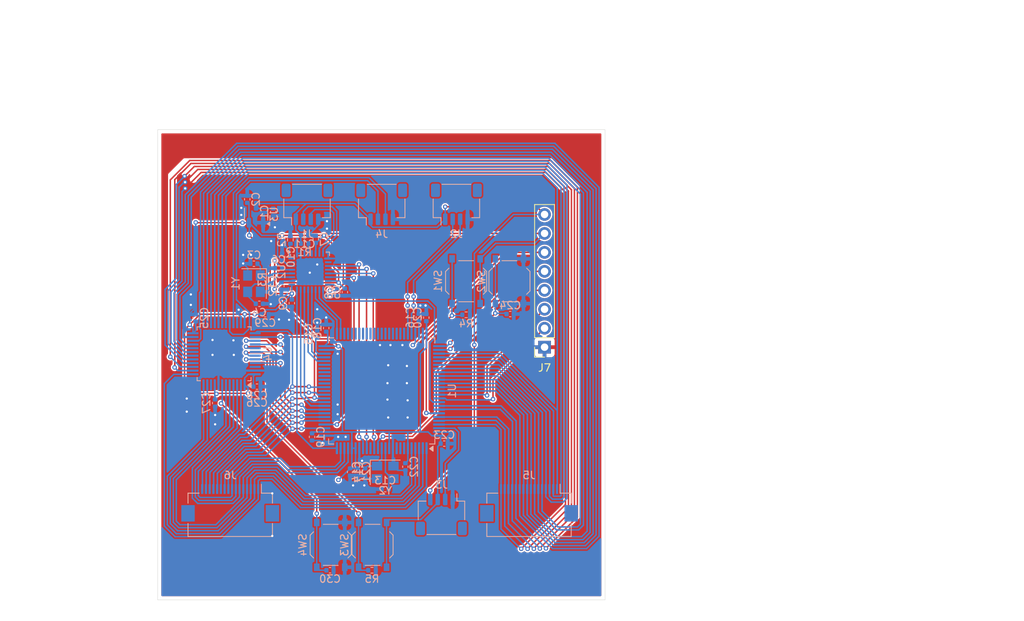
<source format=kicad_pcb>
(kicad_pcb (version 20240108) (generator "pcbnew") (generator_version "8.0")
  (layers (0 "F.Cu" signal) (31 "B.Cu" signal) (34 "B.Paste" user) (35 "F.Paste" user) (36 "B.SilkS" user "B.Silkscreen") (37 "F.SilkS" user "F.Silkscreen") (38 "B.Mask" user) (39 "F.Mask" user) (44 "Edge.Cuts" user))
  (net 0 "")
  (net 1 "+5V")
  (net 2 "GND")
  (net 3 "+3V3")
  (net 4 "Net-(U2-XI)")
  (net 5 "Net-(U2-XO)")
  (net 6 "+1V8")
  (net 7 "Net-(U1-PH0)")
  (net 8 "Net-(U1-PH1)")
  (net 9 "Net-(C15-Pad2)")
  (net 10 "Net-(C16-Pad2)")
  (net 11 "NRST")
  (net 12 "TempB")
  (net 14 "TempC")
  (net 15 "LED")
  (net 16 "DP")
  (net 17 "DN")
  (net 18 "FS_DN")
  (net 19 "FS_DP")
  (net 20 "Net-(U2-VBUS)")
  (net 21 "Net-(U2-RBIAS)")
  (net 22 "BOOT0")
  (net 23 "CLK")
  (net 24 "COL7-1")
  (net 25 "COL4-1")
  (net 26 "DATA3")
  (net 27 "COL12-1")
  (net 28 "COL11-1")
  (net 30 "DIR")
  (net 31 "COL1-1")
  (net 32 "NXT")
  (net 33 "COL13-1")
  (net 34 "COL5-1")
  (net 35 "COL8-1")
  (net 37 "COL6-1")
  (net 38 "COL3-1")
  (net 39 "COL14-1")
  (net 42 "DATA6")
  (net 45 "COL9-1")
  (net 47 "COL2-1")
  (net 48 "COL0-1")
  (net 49 "DATA7")
  (net 50 "COL10-1")
  (net 51 "ROW4-1")
  (net 53 "STP")
  (net 54 "ROW1-1")
  (net 55 "DATA5")
  (net 60 "COL16-1")
  (net 61 "COL20-1")
  (net 62 "COL22-1")
  (net 63 "DATA1")
  (net 64 "COL15-1")
  (net 66 "DATA2")
  (net 68 "DATA0")
  (net 69 "COL17-1")
  (net 71 "COL19-1")
  (net 72 "ROW3-1")
  (net 73 "COL21-1")
  (net 75 "COL18-1")
  (net 76 "COL23-1")
  (net 77 "ROW0-1")
  (net 78 "ROW2-1")
  (net 79 "DATA4")
  (net 90 "JTCK")
  (net 93 "JTMS")
  (net 94 "JTDI")
  (net 98 "NJTRST")
  (net 99 "JTDO")
  (net 100 "TempA")
  (net 101 "NRST-1")
  (net 102 "BOOT0-1")
  (net 104 "DP2")
  (net 105 "DN2")
  (footprint "Connector_PinSocket_2.54mm:PinSocket_1x08_P2.54mm_Vertical" (layer "F.Cu") (at 610.3 438.015 180)
    (property "Reference" "J7")
    (property "Value" "Conn_01x08_Pin")
  )
  (footprint "Capacitor_SMD:C_0402_1005Metric" (layer "B.Cu") (at 570.5 418.2 90)
    (property "Reference" "C2")
    (property "Value" "1uF")
  )
  (footprint "Capacitor_SMD:C_0402_1005Metric" (layer "B.Cu") (at 579.87 436.255 -90)
    (property "Reference" "C15")
    (property "Value" "2.2uF")
  )
  (footprint "Button_Switch_SMD:SW_Push_1P1T_XKB_TS-1187A" (layer "B.Cu") (at 581.675 464.5 -90)
    (property "Reference" "SW4")
    (property "Value" "SW_DPST_x2")
  )
  (footprint "Capacitor_SMD:C_0402_1005Metric" (layer "B.Cu") (at 572.9 433.6)
    (property "Reference" "C29")
    (property "Value" "10uF")
  )
  (footprint "Capacitor_SMD:C_0402_1005Metric" (layer "B.Cu") (at 579.67 423.555 90)
    (property "Reference" "C7")
    (property "Value" "100nF")
  )
  (footprint "Capacitor_SMD:C_0402_1005Metric" (layer "B.Cu") (at 593.47 434.035 -90)
    (property "Reference" "C16")
    (property "Value" "2.2uF")
  )
  (footprint "Resistor_SMD:R_0402_1005Metric" (layer "B.Cu") (at 576.27 423.645 -90)
    (property "Reference" "R2")
    (property "Value" "12k")
  )
  (footprint "Capacitor_SMD:C_0402_1005Metric" (layer "B.Cu") (at 578.17 423.035)
    (property "Reference" "C11")
    (property "Value" "1uF")
  )
  (footprint "Capacitor_SMD:C_0402_1005Metric" (layer "B.Cu") (at 576.47 432.115 -90)
    (property "Reference" "C9")
    (property "Value" "100nF")
  )
  (footprint "Capacitor_SMD:C_0402_1005Metric" (layer "B.Cu") (at 591.67 454.035 90)
    (property "Reference" "C22")
    (property "Value" "100nF")
  )
  (footprint "Capacitor_SMD:C_0402_1005Metric" (layer "B.Cu") (at 579.17 450.035 90)
    (property "Reference" "C19")
    (property "Value" "100nF")
  )
  (footprint "Button_Switch_SMD:SW_Push_1P1T_XKB_TS-1187A" (layer "B.Cu") (at 587.275 464.5 -90)
    (property "Reference" "SW3")
    (property "Value" "SW_DPST_x2")
  )
  (footprint "Capacitor_SMD:C_0402_1005Metric" (layer "B.Cu") (at 588.97 457.035 180)
    (property "Reference" "C13")
    (property "Value" "30pF")
  )
  (footprint "Connector_FFC-FPC:Hirose_FH12-16S-0.5SH_1x16-1MP_P0.50mm_Horizontal" (layer "B.Cu") (at 568.22 458.875 180)
    (property "Reference" "J6")
    (property "Value" "C596731")
  )
  (footprint "Capacitor_SMD:C_0402_1005Metric" (layer "B.Cu") (at 582.57 430.635 -90)
    (property "Reference" "C8")
    (property "Value" "100nF")
  )
  (footprint "Capacitor_SMD:C_0402_1005Metric" (layer "B.Cu") (at 585.27 454.735 90)
    (property "Reference" "C21")
    (property "Value" "100nF")
  )
  (footprint "Capacitor_SMD:C_0402_1005Metric" (layer "B.Cu") (at 605.7 433.575 180)
    (property "Reference" "C24")
    (property "Value" "100nF")
  )
  (footprint "Capacitor_SMD:C_0402_1005Metric" (layer "B.Cu") (at 583.57 430.635 -90)
    (property "Reference" "C5")
    (property "Value" "100nF")
  )
  (footprint "Capacitor_SMD:C_0402_1005Metric" (layer "B.Cu") (at 571.8 444.3)
    (property "Reference" "C26")
    (property "Value" "100nF")
  )
  (footprint "Crystal:Crystal_SMD_3225-4Pin_3.2x2.5mm" (layer "B.Cu") (at 571.405 429.5 -90)
    (property "Reference" "Y1")
    (property "Value" "C5261152")
  )
  (footprint "Resistor_SMD:R_0402_1005Metric" (layer "B.Cu") (at 587.2 467.9)
    (property "Reference" "R5")
    (property "Value" "10k")
  )
  (footprint "Package_TO_SOT_SMD:SOT-23-3" (layer "B.Cu") (at 571.68 420.1975 90)
    (property "Reference" "U3")
    (property "Value" "XC6206PxxxMR")
  )
  (footprint "Resistor_SMD:R_0402_1005Metric" (layer "B.Cu") (at 573.67 428.945 -90)
    (property "Reference" "R3")
    (property "Value" "1M")
  )
  (footprint "Capacitor_SMD:C_0402_1005Metric" (layer "B.Cu") (at 581.07 435.455 -90)
    (property "Reference" "C18")
    (property "Value" "100nF")
  )
  (footprint "Connector_JST:JST_SH_SM04B-SRSS-TB_1x04-1MP_P1.00mm_Horizontal" (layer "B.Cu") (at 598.5 418.875)
    (property "Reference" "J2")
    (property "Value" "Conn_01x04_Pin")
  )
  (footprint "Capacitor_SMD:C_0402_1005Metric" (layer "B.Cu") (at 584.27 454.735 90)
    (property "Reference" "C17")
    (property "Value" "1uF")
  )
  (footprint "Connector_JST:JST_SH_SM04B-SRSS-TB_1x04-1MP_P1.00mm_Horizontal" (layer "B.Cu") (at 588.5 418.875)
    (property "Reference" "J4")
    (property "Value" "Conn_01x04_Pin")
  )
  (footprint "Connector_FFC-FPC:Hirose_FH12-16S-0.5SH_1x16-1MP_P0.50mm_Horizontal" (layer "B.Cu") (at 608.22 458.875 180)
    (property "Reference" "J5")
    (property "Value" "C596731")
  )
  (footprint "Button_Switch_SMD:SW_Push_1P1T_XKB_TS-1187A" (layer "B.Cu") (at 605.6 429.175 -90)
    (property "Reference" "SW2")
    (property "Value" "SW_DPST_x2")
  )
  (footprint "Package_DFN_QFN:QFN-32-1EP_5x5mm_P0.5mm_EP3.45x3.45mm" (layer "B.Cu") (at 578.9025 427.885 -90)
    (property "Reference" "U2")
    (property "Value" "USB3300-EZK")
  )
  (footprint "Resistor_SMD:R_0402_1005Metric" (layer "B.Cu") (at 599.8 433.675)
    (property "Reference" "R4")
    (property "Value" "10k")
  )
  (footprint "Capacitor_SMD:C_0402_1005Metric" (layer "B.Cu") (at 586.27 454.735 -90)
    (property "Reference" "C14")
    (property "Value" "30pF")
  )
  (footprint "Connector_JST:JST_SH_SM04B-SRSS-TB_1x04-1MP_P1.00mm_Horizontal" (layer "B.Cu") (at 596.5 460.425 180)
    (property "Reference" "J3")
    (property "Value" "Conn_01x04_Pin")
  )
  (footprint "Package_QFP:LQFP-48_7x7mm_P0.5mm" (layer "B.Cu") (at 567.4 438.9 90)
    (property "Reference" "U4")
    (property "Value" "STM32F072CBTx")
  )
  (footprint "Capacitor_SMD:C_0402_1005Metric" (layer "B.Cu") (at 571.39 426.835 180)
    (property "Reference" "C3")
    (property "Value" "10pF")
  )
  (footprint "Button_Switch_SMD:SW_Push_1P1T_XKB_TS-1187A" (layer "B.Cu") (at 599.8 429.175 -90)
    (property "Reference" "SW1")
    (property "Value" "SW_DPST_x2")
  )
  (footprint "Capacitor_SMD:C_0402_1005Metric" (layer "B.Cu") (at 571.8 443.3)
    (property "Reference" "C28")
    (property "Value" "100nF")
  )
  (footprint "Capacitor_SMD:C_0402_1005Metric" (layer "B.Cu") (at 581.58 467.9)
    (property "Reference" "C30")
    (property "Value" "100nF")
  )
  (footprint "Capacitor_SMD:C_0402_1005Metric" (layer "B.Cu") (at 575.07 429.815 -90)
    (property "Reference" "C12")
    (property "Value" "4.7uF")
  )
  (footprint "Capacitor_SMD:C_0402_1005Metric" (layer "B.Cu") (at 596.87 450.935 180)
    (property "Reference" "C23")
    (property "Value" "100nF")
  )
  (footprint "Capacitor_SMD:C_0402_1005Metric" (layer "B.Cu") (at 594.47 434.055 -90)
    (property "Reference" "C20")
    (property "Value" "100nF")
  )
  (footprint "Capacitor_SMD:C_0402_1005Metric" (layer "B.Cu") (at 575.17 425.915 90)
    (property "Reference" "C10")
    (property "Value" "100nF")
  )
  (footprint "Crystal:Crystal_SMD_3225-4Pin_3.2x2.5mm" (layer "B.Cu") (at 588.97 454.785)
    (property "Reference" "Y2")
    (property "Value" "C9002")
  )
  (footprint "Capacitor_SMD:C_0402_1005Metric" (layer "B.Cu") (at 574.69 427.435 180)
    (property "Reference" "C6")
    (property "Value" "4.7uF")
  )
  (footprint "Capacitor_SMD:C_0402_1005Metric" (layer "B.Cu") (at 566.2 445.5 -90)
    (property "Reference" "C27")
    (property "Value" "100nF")
  )
  (footprint "Capacitor_SMD:C_0402_1005Metric" (layer "B.Cu") (at 573.97 419.915 -90)
    (property "Reference" "C1")
    (property "Value" "1uF")
  )
  (footprint "Package_QFP:LQFP-100_14x14mm_P0.5mm" (layer "B.Cu") (at 588.5 443.875 90)
    (property "Reference" "U1")
    (property "Value" "STM32H723VGTx")
  )
  (footprint "Capacitor_SMD:C_0402_1005Metric" (layer "B.Cu") (at 563.6 434.1 90)
    (property "Reference" "C25")
    (property "Value" "100nF")
  )
  (footprint "Connector_JST:JST_SH_SM04B-SRSS-TB_1x04-1MP_P1.00mm_Horizontal" (layer "B.Cu") (at 578.5 418.875)
    (property "Reference" "J1")
    (property "Value" "Conn_01x04_Pin")
  )
  (footprint "Resistor_SMD:R_0402_1005Metric" (layer "B.Cu") (at 578.18 424.1275)
    (property "Reference" "R1")
    (property "Value" "1k")
  )
  (footprint "Capacitor_SMD:C_0402_1005Metric" (layer "B.Cu") (at 572.12 432.2)
    (property "Reference" "C4")
    (property "Value" "10pF")
  )
  (gr_rect (start 558.5 408.875) (end 618.4 471.875) (stroke (width 0.05)) (fill none) (layer "Edge.Cuts"))
  (segment (start 609.265 419.2) (end 597 419.2) (width 0.2) (layer "F.Cu") (net 1))
  (segment (start 595 457.1) (end 595 457.2) (width 0.2) (layer "F.Cu") (net 1))
  (segment (start 600.9 451.2) (end 595 457.1) (width 0.2) (layer "F.Cu") (net 1))
  (segment (start 610.3 420.235) (end 609.265 419.2) (width 0.2) (layer "F.Cu") (net 1))
  (segment (start 600.9 437.7) (end 600.9 451.2) (width 0.2) (layer "F.Cu") (net 1))
  (via (at 595 457.2) (size 0.6) (drill 0.3) (layers "F.Cu" "B.Cu") (net 1))
  (via (at 597 419.2) (size 0.6) (drill 0.3) (layers "F.Cu" "B.Cu") (net 1))
  (via (at 600.9 437.7) (size 0.6) (drill 0.3) (layers "F.Cu" "B.Cu") (net 1))
  (segment (start 573.97 419.435) (end 572.055 419.435) (width 0.2) (layer "B.Cu") (net 1))
  (segment (start 571.68 419.06) (end 571.97 418.77) (width 0.2) (layer "B.Cu") (net 1))
  (segment (start 584.895 418.77) (end 578.37 418.77) (width 0.2) (layer "B.Cu") (net 1))
  (segment (start 577 422.345) (end 577 420.875) (width 0.2) (layer "B.Cu") (net 1))
  (segment (start 587 420.875) (end 587 421.649999) (width 0.2) (layer "B.Cu") (net 1))
  (segment (start 571.97 418.77) (end 578.37 418.77) (width 0.2) (layer "B.Cu") (net 1))
  (segment (start 606.14 420.235) (end 600.9 425.475) (width 0.2) (layer "B.Cu") (net 1))
  (segment (start 572.055 419.435) (end 571.68 419.06) (width 0.2) (layer "B.Cu") (net 1))
  (segment (start 597 420.875) (end 597 419.2) (width 0.2) (layer "B.Cu") (net 1))
  (segment (start 595.925 421.95) (end 597 420.875) (width 0.2) (layer "B.Cu") (net 1))
  (segment (start 587 421.649999) (end 587.300001 421.95) (width 0.2) (layer "B.Cu") (net 1))
  (segment (start 595 457.2) (end 595 458.425) (width 0.2) (layer "B.Cu") (net 1))
  (segment (start 577.69 423.035) (end 577 422.345) (width 0.2) (layer "B.Cu") (net 1))
  (segment (start 577 420.875) (end 577 420.14) (width 0.2) (layer "B.Cu") (net 1))
  (segment (start 577.67 424.1275) (end 577.67 423.055) (width 0.2) (layer "B.Cu") (net 1))
  (segment (start 577.67 423.055) (end 577.69 423.035) (width 0.2) (layer "B.Cu") (net 1))
  (segment (start 577 420.14) (end 578.37 418.77) (width 0.2) (layer "B.Cu") (net 1))
  (segment (start 600.9 425.475) (end 600.9 437.7) (width 0.2) (layer "B.Cu") (net 1))
  (segment (start 610.3 420.235) (end 606.14 420.235) (width 0.2) (layer "B.Cu") (net 1))
  (segment (start 587 420.875) (end 584.895 418.77) (width 0.2) (layer "B.Cu") (net 1))
  (segment (start 587.300001 421.95) (end 595.925 421.95) (width 0.2) (layer "B.Cu") (net 1))
  (via (at 573.85 457.6) (size 0.6) (drill 0.3) (layers "F.Cu" "B.Cu") (net 2))
  (via (at 589.37 440.435) (size 0.6) (drill 0.3) (layers "F.Cu" "B.Cu") (net 2))
  (via (at 569.35 433) (size 0.6) (drill 0.3) (layers "F.Cu" "B.Cu") (net 2))
  (via (at 591.87 440.535) (size 0.6) (drill 0.3) (layers "F.Cu" "B.Cu") (net 2))
  (via (at 591.87 442.835) (size 0.6) (drill 0.3) (layers "F.Cu" "B.Cu") (net 2))
  (via (at 569.7 420.3) (size 0.6) (drill 0.3) (layers "F.Cu" "B.Cu") (net 2))
  (via (at 576.1 434.35) (size 0.6) (drill 0.3) (layers "F.Cu" "B.Cu") (net 2))
  (via (at 594.37 432.435) (size 0.6) (drill 0.3) (layers "F.Cu" "B.Cu") (net 2))
  (via (at 568.7 439.05) (size 0.6) (drill 0.3) (layers "F.Cu" "B.Cu") (net 2))
  (via (at 562.4 444.9) (size 0.6) (drill 0.3) (layers "F.Cu" "B.Cu") (net 2))
  (via (at 569.95 425.65) (size 0.6) (drill 0.3) (layers "F.Cu" "B.Cu") (net 2))
  (via (at 569.7 419.35) (size 0.6) (drill 0.3) (layers "F.Cu" "B.Cu") (net 2))
  (via (at 565.85 439.05) (size 0.6) (drill 0.3) (layers "F.Cu" "B.Cu") (net 2))
  (via (at 581.17 421.135) (size 0.6) (drill 0.3) (layers "F.Cu" "B.Cu") (net 2))
  (via (at 582.67 450.035) (size 0.6) (drill 0.3) (layers "F.Cu" "B.Cu") (net 2))
  (via (at 574.2 421.95) (size 0.6) (drill 0.3) (layers "F.Cu" "B.Cu") (net 2))
  (via (at 586.17 456.535) (size 0.6) (drill 0.3) (layers "F.Cu" "B.Cu") (net 2))
  (via (at 578.87 428.035) (size 0.6) (drill 0.3) (layers "F.Cu" "B.Cu") (net 2))
  (via (at 589.27 442.835) (size 0.6) (drill 0.3) (layers "F.Cu" "B.Cu") (net 2))
  (via (at 591.97 445.135) (size 0.6) (drill 0.3) (layers "F.Cu" "B.Cu") (net 2))
  (via (at 593.67 432.435) (size 0.6) (drill 0.3) (layers "F.Cu" "B.Cu") (net 2))
  (via (at 571 425.65) (size 0.6) (drill 0.3) (layers "F.Cu" "B.Cu") (net 2))
  (via (at 591.27 437.735) (size 0.6) (drill 0.3) (layers "F.Cu" "B.Cu") (net 2))
  (via (at 581.17 422.135) (size 0.6) (drill 0.3) (layers "F.Cu" "B.Cu") (net 2))
  (via (at 594.37 432.435) (size 0.6) (drill 0.3) (layers "F.Cu" "B.Cu") (net 2))
  (via (at 582.6 445.7) (size 0.6) (drill 0.3) (layers "F.Cu" "B.Cu") (net 2))
  (via (at 580.57 450.835) (size 0.6) (drill 0.3) (layers "F.Cu" "B.Cu") (net 2))
  (via (at 568.65 437.1) (size 0.6) (drill 0.3) (layers "F.Cu" "B.Cu") (net 2))
  (via (at 591.97 447.435) (size 0.6) (drill 0.3) (layers "F.Cu" "B.Cu") (net 2))
  (via (at 585.87 453.235) (size 0.6) (drill 0.3) (layers "F.Cu" "B.Cu") (net 2))
  (via (at 574.75 434.3) (size 0.6) (drill 0.3) (layers "F.Cu" "B.Cu") (net 2))
  (via (at 579.87 432.935) (size 0.6) (drill 0.3) (layers "F.Cu" "B.Cu") (net 2))
  (via (at 589.27 445.035) (size 0.6) (drill 0.3) (layers "F.Cu" "B.Cu") (net 2))
  (via (at 566.2 447.1) (size 0.6) (drill 0.3) (layers "F.Cu" "B.Cu") (net 2))
  (via (at 579.87 434.735) (size 0.6) (drill 0.3) (layers "F.Cu" "B.Cu") (net 2))
  (via (at 589.67 437.735) (size 0.6) (drill 0.3) (layers "F.Cu" "B.Cu") (net 2))
  (via (at 569.95 426.8) (size 0.6) (drill 0.3) (layers "F.Cu" "B.Cu") (net 2))
  (via (at 589.37 447.435) (size 0.6) (drill 0.3) (layers "F.Cu" "B.Cu") (net 2))
  (via (at 573.65 432.25) (size 0.6) (drill 0.3) (layers "F.Cu" "B.Cu") (net 2))
  (via (at 562.95 430.95) (size 0.6) (drill 0.3) (layers "F.Cu" "B.Cu") (net 2))
  (via (at 581.07 434.035) (size 0.6) (drill 0.3) (layers "F.Cu" "B.Cu") (net 2))
  (via (at 588.27 437.735) (size 0.6) (drill 0.3) (layers "F.Cu" "B.Cu") (net 2))
  (via (at 566.2 448.35) (size 0.6) (drill 0.3) (layers "F.Cu" "B.Cu") (net 2))
  (via (at 562.95 432.35) (size 0.6) (drill 0.3) (layers "F.Cu" "B.Cu") (net 2))
  (via (at 573.85 463.3) (size 0.6) (drill 0.3) (layers "F.Cu" "B.Cu") (net 2))
  (via (at 582.6 447) (size 0.6) (drill 0.3) (layers "F.Cu" "B.Cu") (net 2))
  (via (at 579.87 426.935) (size 0.6) (drill 0.3) (layers "F.Cu" "B.Cu") (net 2))
  (via (at 582.6 438.9) (size 0.6) (drill 0.3) (layers "F.Cu" "B.Cu") (net 2))
  (via (at 583.67 450.035) (size 0.6) (drill 0.3) (layers "F.Cu" "B.Cu") (net 2))
  (via (at 581.57 431.235) (size 0.6) (drill 0.3) (layers "F.Cu" "B.Cu") (net 2))
  (via (at 562.4 446.65) (size 0.6) (drill 0.3) (layers "F.Cu" "B.Cu") (net 2))
  (via (at 584.67 456.535) (size 0.6) (drill 0.3) (layers "F.Cu" "B.Cu") (net 2))
  (via (at 575.17 424.335) (size 0.6) (drill 0.3) (layers "F.Cu" "B.Cu") (net 2))
  (via (at 573.7 423.8) (size 0.6) (drill 0.3) (layers "F.Cu" "B.Cu") (net 2))
  (via (at 565.85 437.05) (size 0.6) (drill 0.3) (layers "F.Cu" "B.Cu") (net 2))
  (segment (start 579.17 450.515) (end 580.25 450.515) (width 0.2) (layer "B.Cu") (net 2))
  (segment (start 570.555 427.405) (end 569.95 426.8) (width 0.2) (layer "B.Cu") (net 2))
  (segment (start 580.25 450.515) (end 580.57 450.835) (width 0.2) (layer "B.Cu") (net 2))
  (segment (start 580 421.685) (end 580 420.875) (width 0.2) (layer "B.Cu") (net 2))
  (segment (start 569.65 434.7375) (end 569.65 433.947059) (width 0.2) (layer "B.Cu") (net 2))
  (segment (start 568.65 439) (end 568.7 439.05) (width 0.2) (layer "B.Cu") (net 2))
  (segment (start 570.555 428.4) (end 570.555 427.405) (width 0.2) (layer "B.Cu") (net 2))
  (segment (start 569.65 433.947059) (end 569.35 433.647059) (width 0.2) (layer "B.Cu") (net 2))
  (segment (start 606.18 433.47) (end 607.475 432.175) (width 0.2) (layer "B.Cu") (net 2))
  (segment (start 577.1525 425.4475) (end 577.6525 425.4475) (width 0.2) (layer "B.Cu") (net 2))
  (segment (start 577.6525 425.4475) (end 577.6525 426.635) (width 0.2) (layer "B.Cu") (net 2))
  (segment (start 578.65 423.035) (end 580 421.685) (width 0.2) (layer "B.Cu") (net 2))
  (segment (start 585.5 452.865) (end 585.5 451.55) (width 0.2) (layer "B.Cu") (net 2))
  (segment (start 590.65 454.515) (end 590.07 453.935) (width 0.2) (layer "B.Cu") (net 2))
  (segment (start 607.475 432.175) (end 607.475 426.175) (width 0.2) (layer "B.Cu") (net 2))
  (segment (start 578.87 428.035) (end 578.9025 427.885) (width 0.2) (layer "B.Cu") (net 2))
  (segment (start 585.87 453.235) (end 585.5 452.865) (width 0.2) (layer "B.Cu") (net 2))
  (segment (start 587.87 455.635) (end 586.69 455.635) (width 0.2) (layer "B.Cu") (net 2))
  (segment (start 606.18 433.575) (end 606.18 433.47) (width 0.2) (layer "B.Cu") (net 2))
  (segment (start 591.67 454.515) (end 590.65 454.515) (width 0.2) (layer "B.Cu") (net 2))
  (segment (start 583.55 461.5) (end 583.55 467.5) (width 0.2) (layer "B.Cu") (net 2))
  (segment (start 577.6525 426.635) (end 578.87 428.035) (width 0.2) (layer "B.Cu") (net 2))
  (segment (start 569.35 433.647059) (end 569.35 433) (width 0.2) (layer "B.Cu") (net 2))
  (segment (start 586.69 455.635) (end 586.27 455.215) (width 0.2) (layer "B.Cu") (net 2))
  (segment (start 563.600433 421.3) (end 563.635433 421.335) (width 0.2) (layer "F.Cu") (net 3))
  (segment (start 573.57 425.835) (end 570.77 423.035) (width 0.2) (layer "F.Cu") (net 3))
  (segment (start 570.15 433.6) (end 570.150735 433.599265) (width 0.2) (layer "F.Cu") (net 3))
  (segment (start 562.8 435) (end 564.2 433.6) (width 0.2) (layer "F.Cu") (net 3))
  (segment (start 581.57 430.435) (end 582.516531 430.435) (width 0.2) (layer "F.Cu") (net 3))
  (segment (start 573.935 430.835) (end 580 436.9) (width 0.2) (layer "F.Cu") (net 3))
  (segment (start 582.516531 430.435) (end 583.37 429.581531) (width 0.2) (layer "F.Cu") (net 3))
  (segment (start 564.2 433.6) (end 570.15 433.6) (width 0.2) (layer "F.Cu") (net 3))
  (segment (start 576.47 430.835) (end 573.921471 430.835) (width 0.2) (layer "F.Cu") (net 3))
  (segment (start 564.2 444.2) (end 570.6 444.2) (width 0.2) (layer "F.Cu") (net 3))
  (segment (start 580.77 423.035) (end 575.17 423.035) (width 0.2) (layer "F.Cu") (net 3))
  (segment (start 581.7 436.9) (end 582.7 437.9) (width 0.2) (layer "F.Cu") (net 3))
  (segment (start 580.77 423.035) (end 581.03 422.775) (width 0.2) (layer "F.Cu") (net 3))
  (segment (start 581.03 422.775) (end 610.3 422.775) (width 0.2) (layer "F.Cu") (net 3))
  (segment (start 573.57 430.483529) (end 573.57 425.835) (width 0.2) (layer "F.Cu") (net 3))
  (segment (start 562.1 435.7) (end 562.1 442.1) (width 0.2) (layer "F.Cu") (net 3))
  (segment (start 563.635433 421.335) (end 569.865 421.335) (width 0.2) (layer "F.Cu") (net 3))
  (segment (start 582.7 455.8) (end 582.586471 455.8) (width 0.2) (layer "F.Cu") (net 3))
  (segment (start 580 436.9) (end 581.7 436.9) (width 0.2) (layer "F.Cu") (net 3))
  (segment (start 583.37 429.581531) (end 583.37 425.635) (width 0.2) (layer "F.Cu") (net 3))
  (segment (start 562.1 442.1) (end 564.2 444.2) (width 0.2) (layer "F.Cu") (net 3))
  (segment (start 570.15147 433.6) (end 570.150735 433.599265) (width 0.2) (layer "F.Cu") (net 3))
  (segment (start 583.37 425.635) (end 580.77 423.035) (width 0.2) (layer "F.Cu") (net 3))
  (segment (start 576.47 430.835) (end 576.07 430.835) (width 0.2) (layer "F.Cu") (net 3))
  (segment (start 571.5 433.6) (end 570.15147 433.6) (width 0.2) (layer "F.Cu") (net 3))
  (segment (start 573.921471 430.835) (end 573.935 430.835) (width 0.2) (layer "F.Cu") (net 3))
  (segment (start 562.8 435) (end 562.1 435.7) (width 0.2) (layer "F.Cu") (net 3))
  (segment (start 573.921471 430.835) (end 573.57 430.483529) (width 0.2) (layer "F.Cu") (net 3))
  (via (at 563.600433 421.3) (size 0.6) (drill 0.3) (layers "F.Cu" "B.Cu") (net 3))
  (via (at 582.7 437.9) (size 0.6) (drill 0.3) (layers "F.Cu" "B.Cu") (net 3))
  (via (at 570.6 444.2) (size 0.6) (drill 0.3) (layers "F.Cu" "B.Cu") (net 3))
  (via (at 569.865 421.335) (size 0.6) (drill 0.3) (layers "F.Cu" "B.Cu") (net 3))
  (via (at 576.47 430.835) (size 0.6) (drill 0.3) (layers "F.Cu" "B.Cu") (net 3))
  (via (at 580.77 423.035) (size 0.6) (drill 0.3) (layers "F.Cu" "B.Cu") (net 3))
  (via (at 566.376202 444.266029) (size 0.6) (drill 0.3) (layers "F.Cu" "B.Cu") (net 3))
  (via (at 562.8 435) (size 0.6) (drill 0.3) (layers "F.Cu" "B.Cu") (net 3))
  (via (at 582.7 455.8) (size 0.6) (drill 0.3) (layers "F.Cu" "B.Cu") (net 3))
  (via (at 581.57 430.435) (size 0.6) (drill 0.3) (layers "F.Cu" "B.Cu") (net 3))
  (via (at 570.150735 433.599265) (size 0.6) (drill 0.3) (layers "F.Cu" "B.Cu") (net 3))
  (via (at 571.5 433.6) (size 0.6) (drill 0.3) (layers "F.Cu" "B.Cu") (net 3))
  (via (at 570.77 423.035) (size 0.6) (drill 0.3) (layers "F.Cu" "B.Cu") (net 3))
  (via (at 575.17 423.035) (size 0.6) (drill 0.3) (layers "F.Cu" "B.Cu") (net 3))
  (segment (start 593.67 449.375) (end 591.97 449.375) (width 0.2) (layer "B.Cu") (net 3))
  (segment (start 585.27 454.255) (end 585 453.985) (width 0.2) (layer "B.Cu") (net 3))
  (segment (start 593.740552 461.1) (end 589.55 461.1) (width 0.2) (layer "B.Cu") (net 3))
  (segment (start 580.825 437.875) (end 581.27 437.43) (width 0.2) (layer "B.Cu") (net 3))
  (segment (start 579.77 424.035) (end 579.67 424.035) (width 0.2) (layer "B.Cu") (net 3))
  (segment (start 576.47 430.835) (end 576.47 431.635) (width 0.2) (layer "B.Cu") (net 3))
  (segment (start 583.25 438.35) (end 583.25 449.325) (width 0.2) (layer "B.Cu") (net 3))
  (segment (start 601.675 426.175) (end 603.75 424.1) (width 0.2) (layer "B.Cu") (net 3))
  (segment (start 581.34 429.635) (end 582.05 429.635) (width 0.2) (layer "B.Cu") (net 3))
  (segment (start 589.5 451.55) (end 589.5 449.405) (width 0.2) (layer "B.Cu") (net 3))
  (segment (start 572.42 433.6) (end 571.5 433.6) (width 0.2) (layer "B.Cu") (net 3))
  (segment (start 584.27 454.255) (end 582.725 455.8) (width 0.2) (layer "B.Cu") (net 3))
  (segment (start 566.15 444.039827) (end 566.15 443.0625) (width 0.2) (layer "B.Cu") (net 3))
  (segment (start 575.17 426.395) (end 574.56 425.785) (width 0.2) (layer "B.Cu") (net 3))
  (segment (start 566.15 444.97) (end 566.2 445.02) (width 0.2) (layer "B.Cu") (net 3))
  (segment (start 582.7 455.8) (end 582.7 455.825) (width 0.2) (layer "B.Cu") (net 3))
  (segment (start 575.17 423.035) (end 572.43 423.035) (width 0.2) (layer "B.Cu") (net 3))
  (segment (start 583.8 449.375) (end 580.825 449.375) (width 0.2) (layer "B.Cu") (net 3))
  (segment (start 570.65 441.65) (end 571.5625 441.65) (width 0.2) (layer "B.Cu") (net 3))
  (segment (start 596 458.840552) (end 593.740552 461.1) (width 0.2) (layer "B.Cu") (net 3))
  (segment (start 593.67 438.902157) (end 593.67 449.375) (width 0.2) (layer "B.Cu") (net 3))
  (segment (start 566.376202 444.266029) (end 566.15 444.039827) (width 0.2) (layer "B.Cu") (net 3))
  (segment (start 576.47 430.835) (end 574.305 433) (width 0.2) (layer "B.Cu") (net 3))
  (segment (start 596 458.425) (end 596 458.840552) (width 0.2) (layer "B.Cu") (net 3))
  (segment (start 596.39 450.935) (end 596.39 450.09) (width 0.2) (layer "B.Cu") (net 3))
  (segment (start 572.42 433.6) (end 573.03 432.99) (width 0.2) (layer "B.Cu") (net 3))
  (segment (start 584.5 449.375) (end 583.8 449.375) (width 0.2) (layer "B.Cu") (net 3))
  (segment (start 581.57 430.435) (end 582.29 430.435) (width 0.2) (layer "B.Cu") (net 3))
  (segment (start 580.77 423.035) (end 579.77 424.035) (width 0.2) (layer "B.Cu") (net 3))
  (segment (start 572.32 433.7) (end 572.42 433.6) (width 0.2) (layer "B.Cu") (net 3))
  (segment (start 563.6 435.7875) (end 563.2375 436.15) (width 0.2) (layer "B.Cu") (net 3))
  (segment (start 584.5 451.55) (end 584.5 449.375) (width 0.2) (layer "B.Cu") (net 3))
  (segment (start 570.77 423.035) (end 570.77 421.375) (width 0.2) (layer "B.Cu") (net 3))
  (segment (start 582.725 437.875) (end 582.775 437.875) (width 0.2) (layer "B.Cu") (net 3))
  (segment (start 594.5 436.2) (end 594.5 434.565) (width 0.2) (layer "B.Cu") (net 3))
  (segment (start 594.71 449.375) (end 593.67 449.375) (width 0.2) (layer "B.Cu") (net 3))
  (segment (start 563.600433 432.683433) (end 562.8 433.483866) (width 0.2) (layer "B.Cu") (net 3))
  (segment (start 582.7 455.825) (end 582.69 455.835) (width 0.2) (layer "B.Cu") (net 3))
  (segment (start 589.5 449.405) (end 589.47 449.375) (width 0.2) (layer "B.Cu") (net 3))
  (segment (start 572.43 423.035) (end 570.73 421.335) (width 0.2) (layer "B.Cu") (net 3))
  (segment (start 563.600433 421.3) (end 563.600433 432.683433) (width 0.2) (layer "B.Cu") (net 3))
  (segment (start 566.2 444.442231) (end 566.2 445.02) (width 0.2) (layer "B.Cu") (net 3))
  (segment (start 570.77 421.375) (end 570.73 421.335) (width 0.2) (layer "B.Cu") (net 3))
  (segment (start 582.675 437.875) (end 582.7 437.9) (width 0.2) (layer "B.Cu") (net 3))
  (segment (start 592 453.225) (end 592 451.55) (width 0.2) (layer "B.Cu") (net 3))
  (segment (start 563.2375 436.15) (end 563.2375 435.4375) (width 0.2) (layer "B.Cu") (net 3))
  (segment (start 570.15 434.7375) (end 570.15 433.96759) (width 0.2) (layer "B.Cu") (net 3))
  (segment (start 570.73 418.81) (end 570.6 418.68) (width 0.2) (layer "B.Cu") (net 3))
  (segment (start 574.56 425.785) (end 574.56 423.645) (width 0.2) (layer "B.Cu") (net 3))
  (segment (start 596.175 449.875) (end 595.21 449.875) (width 0.2) (layer "B.Cu") (net 3))
  (segment (start 570.73 421.335) (end 570.73 418.81) (width 0.2) (layer "B.Cu") (net 3))
  (segment (start 582.775 437.875) (end 583.25 438.35) (width 0.2) (layer "B.Cu") (net 3))
  (segment (start 594.5 434.565) (end 594.47 434.535) (width 0.2) (layer "B.Cu") (net 3))
  (segment (start 576.013114 427.135) (end 575.23 426.351886) (width 0.2) (layer "B.Cu") (net 3))
  (segment (start 563.6 434.58) (end 563.6 435.7875) (width 0.2) (layer "B.Cu") (net 3))
  (segment (start 571.32 443.3) (end 570.3875 443.3) (width 0.2) (layer "B.Cu") (net 3))
  (segment (start 573.03 432.99) (end 574.295 432.99) (width 0.2) (layer "B.Cu") (net 3))
  (segment (start 583.25 449.325) (end 583.3 449.375) (width 0.2) (layer "B.Cu") (net 3))
  (segment (start 608.975 424.1) (end 610.3 422.775) (width 0.2) (layer "B.Cu") (net 3))
  (segment (start 575.23 426.351886) (end 575.23 426.335) (width 0.2) (layer "B.Cu") (net 3))
  (segment (start 589.47 449.375) (end 584.5 449.375) (width 0.2) (layer "B.Cu") (net 3))
  (segment (start 575.17 423.035) (end 575.23 423.095) (width 0.2) (layer "B.Cu") (net 3))
  (segment (start 566.15 443.0625) (end 566.15 444.97) (width 0.2) (layer "B.Cu") (net 3))
  (segment (start 563.600433 421.3) (end 563.61 421.309567) (width 0.2) (layer "B.Cu") (net 3))
  (segment (start 585.27 454.255) (end 584.27 454.255) (width 0.2) (layer "B.Cu") (net 3))
  (segment (start 589.55 461.1) (end 589.15 461.5) (width 0.2) (layer "B.Cu") (net 3))
  (segment (start 592 449.405) (end 591.97 449.375) (width 0.2) (layer "B.Cu") (net 3))
  (segment (start 562.8 433.483866) (end 562.8 435) (width 0.2) (layer "B.Cu") (net 3))
  (segment (start 570.15 443.0625) (end 570.15 442.15) (width 0.2) (layer "B.Cu") (net 3))
  (segment (start 572.22 433.7) (end 572.32 433.7) (width 0.2) (layer "B.Cu") (net 3))
  (segment (start 576.47 430.835) (end 576.465 430.83) (width 0.2) (layer "B.Cu") (net 3))
  (segment (start 591.97 449.375) (end 589.47 449.375) (width 0.2) (layer "B.Cu") (net 3))
  (segment (start 569.865 421.335) (end 570.73 421.335) (width 0.2) (layer "B.Cu") (net 3))
  (segment (start 582.7 437.9) (end 582.725 437.875) (width 0.2) (layer "B.Cu") (net 3))
  (segment (start 595.21 449.875) (end 594.71 449.375) (width 0.2) (layer "B.Cu") (net 3))
  (segment (start 582.05 429.635) (end 582.57 430.155) (width 0.2) (layer "B.Cu") (net 3))
  (segment (start 580.825 449.375) (end 579.35 449.375) (width 0.2) (layer "B.Cu") (net 3))
  (segment (start 591.67 453.555) (end 592 453.225) (width 0.2) (layer "B.Cu") (net 3))
  (segment (start 592 451.55) (end 592 449.405) (width 0.2) (layer "B.Cu") (net 3))
  (segment (start 603.75 424.1) (end 608.975 424.1) (width 0.2) (layer "B.Cu") (net 3))
  (segment (start 584.5 451.55) (end 585 451.55) (width 0.2) (layer "B.Cu") (net 3))
  (segment (start 576.465 430.83) (end 576.465 429.635) (width 0.2) (layer "B.Cu") (net 3))
  (segment (start 584.27 454.255) (end 584.5 454.025) (width 0.2) (layer "B.Cu") (net 3))
  (segment (start 570.6 444.2) (end 570.6 443.5125) (width 0.2) (layer "B.Cu") (net 3))
  (segment (start 576.465 427.135) (end 575.8775 427.135) (width 0.2) (layer "B.Cu") (net 3))
  (segment (start 570.3875 443.3) (end 570.15 443.0625) (width 0.2) (layer "B.Cu") (net 3))
  (segment (start 574.295 432.99) (end 574.305 433) (width 0.2) (layer "B.Cu") (net 3))
  (segment (start 601.5 426.175) (end 601.675 426.175) (width 0.2) (layer "B.Cu") (net 3))
  (segment (start 589.15 461.5) (end 589.15 467.5) (width 0.2) (layer "B.Cu") (net 3))
  (segment (start 563.2375 436.15) (end 562.55 436.15) (width 0.2) (layer "B.Cu") (net 3))
  (segment (start 582.29 430.435) (end 582.57 430.155) (width 0.2) (layer "B.Cu") (net 3))
  (segment (start 571.32 441.8925) (end 571.5625 441.65) (width 0.2) (layer "B.Cu") (net 3))
  (segment (start 579.67 424.035) (end 579.67 425.43) (width 0.2) (layer "B.Cu") (net 3))
  (segment (start 574.56 423.645) (end 575.17 423.035) (width 0.2) (layer "B.Cu") (net 3))
  (segment (start 596 458.425) (end 596 451.325) (width 0.2) (layer "B.Cu") (net 3))
  (segment (start 579.19 449.375) (end 579.15 449.335) (width 0.2) (layer "B.Cu") (net 3))
  (segment (start 596.39 450.09) (end 596.175 449.875) (width 0.2) (layer "B.Cu") (net 3))
  (segment (start 596 451.325) (end 596.39 450.935) (width 0.2) (layer "B.Cu") (net 3))
  (segment (start 601.675 426.175) (end 601.675 432.175) (width 0.2) (layer "B.Cu") (net 3))
  (segment (start 579.67 425.43) (end 579.6525 425.4475) (width 0.2) (layer "B.Cu") (net 3))
  (segment (start 576.465 427.135) (end 576.013114 427.135) (width 0.2) (layer "B.Cu") (net 3))
  (segment (start 570.73 421.695) (end 570.73 421.5775) (width 0.2) (layer "B.Cu") (net 3))
  (segment (start 585 453.985) (end 585 451.55) (width 0.2) (layer "B.Cu") (net 3))
  (segment (start 563.2375 435.4375) (end 562.8 435) (width 0.2) (layer "B.Cu") (net 3))
  (segment (start 566.376202 444.266029) (end 566.2 444.442231) (width 0.2) (layer "B.Cu") (net 3))
  (segment (start 570.15 442.15) (end 570.65 441.65) (width 0.2) (layer "B.Cu") (net 3))
  (segment (start 579.35 449.375) (end 579.17 449.555) (width 0.2) (layer "B.Cu") (net 3))
  (segment (start 584.5 454.025) (end 584.5 451.55) (width 0.2) (layer "B.Cu") (net 3))
  (segment (start 594.5 438.072157) (end 593.67 438.902157) (width 0.2) (layer "B.Cu") (net 3))
  (segment (start 594.5 436.2) (end 594.5 438.072157) (width 0.2) (layer "B.Cu") (net 3))
  (segment (start 583.3 449.375) (end 583.8 449.375) (width 0.2) (layer "B.Cu") (net 3))
  (segment (start 581.27 437.43) (end 581.27 435.935) (width 0.2) (layer "B.Cu") (net 3))
  (segment (start 582.725 455.8) (end 582.7 455.8) (width 0.2) (layer "B.Cu") (net 3))
  (segment (start 580.825 437.875) (end 582.675 437.875) (width 0.2) (layer "B.Cu") (net 3))
  (segment (start 571.32 443.3) (end 571.32 441.8925) (width 0.2) (layer "B.Cu") (net 3))
  (segment (start 591.99 451.56) (end 592 451.55) (width 0.2) (layer "B.Cu") (net 3))
  (segment (start 570.6 443.5125) (end 570.15 443.0625) (width 0.2) (layer "B.Cu") (net 3))
  (segment (start 573.67 428.435) (end 572.29 428.435) (width 0.2) (layer "B.Cu") (net 4))
  (segment (start 572.4975 428.1575) (end 572.255 428.4) (width 0.2) (layer "B.Cu") (net 4))
  (segment (start 573.67 428.435) (end 573.97 428.135) (width 0.2) (layer "B.Cu") (net 4))
  (segment (start 572.29 428.435) (end 572.255 428.4) (width 0.2) (layer "B.Cu") (net 4))
  (segment (start 573.97 428.135) (end 576.465 428.135) (width 0.2) (layer "B.Cu") (net 4))
  (segment (start 572.255 428.4) (end 572.255 427.22) (width 0.2) (layer "B.Cu") (net 4))
  (segment (start 572.255 427.22) (end 571.87 426.835) (width 0.2) (layer "B.Cu") (net 4))
  (segment (start 573.4975 429.55) (end 571.505 429.55) (width 0.2) (layer "B.Cu") (net 5))
  (segment (start 570.555 430.5) (end 570.555 430.6) (width 0.2) (layer "B.Cu") (net 5))
  (segment (start 570.555 431.115) (end 570.555 430.6) (width 0.2) (layer "B.Cu") (net 5))
  (segment (start 576.465 428.635) (end 574.49 428.635) (width 0.2) (layer "B.Cu") (net 5))
  (segment (start 571.505 429.55) (end 570.555 430.5) (width 0.2) (layer "B.Cu") (net 5))
  (segment (start 574.49 428.635) (end 573.67 429.455) (width 0.2) (layer "B.Cu") (net 5))
  (segment (start 571.64 432.2) (end 570.555 431.115) (width 0.2) (layer "B.Cu") (net 5))
  (segment (start 574.17 430.235) (end 574.17 426.435) (width 0.2) (layer "F.Cu") (net 6))
  (segment (start 575.03 429.375) (end 574.17 430.235) (width 0.2) (layer "F.Cu") (net 6))
  (segment (start 582.728002 429.375) (end 575.03 429.375) (width 0.2) (layer "F.Cu") (net 6))
  (segment (start 582.728002 427.964767) (end 582.07 427.306765) (width 0.2) (layer "F.Cu") (net 6))
  (segment (start 582.728002 429.375) (end 582.728002 427.964767) (width 0.2) (layer "F.Cu") (net 6))
  (via (at 574.17 430.235) (size 0.6) (drill 0.3) (layers "F.Cu" "B.Cu") (net 6))
  (via (at 582.728002 429.375) (size 0.6) (drill 0.3) (layers "F.Cu" "B.Cu") (net 6))
  (via (at 574.17 426.435) (size 0.6) (drill 0.3) (layers "F.Cu" "B.Cu") (net 6))
  (segment (start 582.728002 429.375) (end 582.488002 429.135) (width 0.2) (layer "B.Cu") (net 6))
  (segment (start 583.506134 430.155) (end 583.57 430.155) (width 0.2) (layer "B.Cu") (net 6))
  (segment (start 582.488002 429.135) (end 581.34 429.135) (width 0.2) (layer "B.Cu") (net 6))
  (segment (start 575.37 427.635) (end 575.17 427.435) (width 0.2) (layer "B.Cu") (net 6))
  (segment (start 575.27 429.135) (end 575.07 429.335) (width 0.2) (layer "B.Cu") (net 6))
  (segment (start 582.728002 429.376868) (end 583.506134 430.155) (width 0.2) (layer "B.Cu") (net 6))
  (segment (start 574.17 430.235) (end 575.07 429.335) (width 0.2) (layer "B.Cu") (net 6))
  (segment (start 576.501424 429.035) (end 576.965 429.035) (width 0.2) (layer "B.Cu") (net 6))
  (segment (start 582.728002 429.375) (end 582.728002 429.376868) (width 0.2) (layer "B.Cu") (net 6))
  (segment (start 575.17 427.435) (end 574.17 426.435) (width 0.2) (layer "B.Cu") (net 6))
  (segment (start 576.465 429.135) (end 575.27 429.135) (width 0.2) (layer "B.Cu") (net 6))
  (segment (start 576.465 427.635) (end 575.37 427.635) (width 0.2) (layer "B.Cu") (net 6))
  (segment (start 582.486134 429.135) (end 582.486134 429.135) (width 0.2) (layer "B.Cu") (net 6))
  (segment (start 589 454.765) (end 589.87 455.635) (width 0.2) (layer "B.Cu") (net 7))
  (segment (start 589.45 457.035) (end 589.45 456.255) (width 0.2) (layer "B.Cu") (net 7))
  (segment (start 589.45 456.255) (end 590.07 455.635) (width 0.2) (layer "B.Cu") (net 7))
  (segment (start 589.87 455.635) (end 590.07 455.635) (width 0.2) (layer "B.Cu") (net 7))
  (segment (start 589 451.55) (end 589 454.765) (width 0.2) (layer "B.Cu") (net 7))
  (segment (start 588.5 453.005) (end 587.87 453.635) (width 0.2) (layer "B.Cu") (net 8))
  (segment (start 586.59 453.935) (end 586.27 454.255) (width 0.2) (layer "B.Cu") (net 8))
  (segment (start 588.5 451.55) (end 588.5 453.005) (width 0.2) (layer "B.Cu") (net 8))
  (segment (start 587.87 453.935) (end 586.59 453.935) (width 0.2) (layer "B.Cu") (net 8))
  (segment (start 587.87 453.635) (end 587.87 453.935) (width 0.2) (layer "B.Cu") (net 8))
  (segment (start 579.67 438.55241) (end 579.67 436.735) (width 0.2) (layer "B.Cu") (net 9))
  (segment (start 580.825 438.875) (end 579.99259 438.875) (width 0.2) (layer "B.Cu") (net 9))
  (segment (start 579.99259 438.875) (end 579.67 438.55241) (width 0.2) (layer "B.Cu") (net 9))
  (segment (start 580.825 438.875) (end 581.65741 438.875) (width 0.2) (layer "B.Cu") (net 9))
  (segment (start 593.5 436.2) (end 593.5 434.545) (width 0.2) (layer "B.Cu") (net 10))
  (segment (start 593.5 434.545) (end 593.47 434.515) (width 0.2) (layer "B.Cu") (net 10))
  (segment (start 595.8 446.775) (end 592.6 449.975) (width 0.2) (layer "F.Cu") (net 11))
  (segment (start 603.7 433.475) (end 595.8 441.375) (width 0.2) (layer "F.Cu") (net 11))
  (segment (start 603.7 433.475) (end 603.7 433.575) (width 0.2) (layer "F.Cu") (net 11))
  (segment (start 592.6 449.975) (end 588.67 449.975) (width 0.2) (layer "F.Cu") (net 11))
  (segment (start 595.8 441.375) (end 595.8 446.775) (width 0.2) (layer "F.Cu") (net 11))
  (via (at 603.7 433.475) (size 0.6) (drill 0.3) (layers "F.Cu" "B.Cu") (net 11))
  (via (at 588.67 449.975) (size 0.6) (drill 0.3) (layers "F.Cu" "B.Cu") (net 11))
  (segment (start 603.7 433.475) (end 604.9 433.475) (width 0.2) (layer "B.Cu") (net 11))
  (segment (start 603.725 432.175) (end 603.725 426.175) (width 0.2) (layer "B.Cu") (net 11))
  (segment (start 603.725 432.175) (end 603.725 433.45) (width 0.2) (layer "B.Cu") (net 11))
  (segment (start 604.9 433.475) (end 604.9625 433.4125) (width 0.2) (layer "B.Cu") (net 11))
  (segment (start 588 450.645) (end 588 451.55) (width 0.2) (layer "B.Cu") (net 11))
  (segment (start 603.725 433.45) (end 603.7 433.475) (width 0.2) (layer "B.Cu") (net 11))
  (segment (start 605.125 433.575) (end 604.9625 433.4125) (width 0.2) (layer "B.Cu") (net 11))
  (segment (start 605.22 433.575) (end 605.125 433.575) (width 0.2) (layer "B.Cu") (net 11))
  (segment (start 588.67 449.975) (end 588 450.645) (width 0.2) (layer "B.Cu") (net 11))
  (segment (start 576.552506 443.3) (end 576.5525 443.299994) (width 0.2) (layer "F.Cu") (net 12))
  (segment (start 578.7525 443.3) (end 576.552506 443.3) (width 0.2) (layer "F.Cu") (net 12))
  (via (at 576.5525 443.299994) (size 0.6) (drill 0.3) (layers "F.Cu" "B.Cu") (net 12))
  (via (at 578.7525 443.3) (size 0.6) (drill 0.3) (layers "F.Cu" "B.Cu") (net 12))
  (segment (start 576.5525 443.299994) (end 576.5525 436.5525) (width 0.2) (layer "B.Cu") (net 12))
  (segment (start 564.5 454.640198) (end 564.5 457.025) (width 0.2) (layer "B.Cu") (net 12))
  (segment (start 569.440198 449.7) (end 564.5 454.640198) (width 0.2) (layer "B.Cu") (net 12))
  (segment (start 576.500006 443.299994) (end 570.1 449.7) (width 0.2) (layer "B.Cu") (net 12))
  (segment (start 575.9 435.9) (end 571.8125 435.9) (width 0.2) (layer "B.Cu") (net 12))
  (segment (start 571.8125 435.9) (end 571.5625 436.15) (width 0.2) (layer "B.Cu") (net 12))
  (segment (start 578.7525 443.3) (end 578.8275 443.375) (width 0.2) (layer "B.Cu") (net 12))
  (segment (start 570.1 449.7) (end 569.440198 449.7) (width 0.2) (layer "B.Cu") (net 12))
  (segment (start 576.5525 436.5525) (end 575.9 435.9) (width 0.2) (layer "B.Cu") (net 12))
  (segment (start 576.5525 443.299994) (end 576.500006 443.299994) (width 0.2) (layer "B.Cu") (net 12))
  (segment (start 578.8275 443.375) (end 580.825 443.375) (width 0.2) (layer "B.Cu") (net 12))
  (segment (start 564.328927 414.6) (end 562.189463 416.739464) (width 0.2) (layer "F.Cu") (net 14))
  (segment (start 613.1 417.262744) (end 610.437256 414.6) (width 0.2) (layer "F.Cu") (net 14))
  (segment (start 610.437256 414.6) (end 564.328927 414.6) (width 0.2) (layer "F.Cu") (net 14))
  (segment (start 562.189463 416.739464) (end 562.260536 416.739464) (width 0.2) (layer "F.Cu") (net 14))
  (segment (start 613.1 459.101525) (end 613.1 417.262744) (width 0.2) (layer "F.Cu") (net 14))
  (segment (start 607.172296 465.029229) (end 613.1 459.101525) (width 0.2) (layer "F.Cu") (net 14))
  (via (at 607.172296 465.029229) (size 0.6) (drill 0.3) (layers "F.Cu" "B.Cu") (net 14))
  (via (at 562.189463 416.739464) (size 0.6) (drill 0.3) (layers "F.Cu" "B.Cu") (net 14))
  (segment (start 607.132387 465.069138) (end 607.132387 465.132387) (width 0.2) (layer "B.Cu") (net 14))
  (segment (start 562.052942 439.15) (end 563.2375 439.15) (width 0.2) (layer "B.Cu") (net 14))
  (segment (start 603.778628 448.375) (end 604.47 449.066372) (width 0.2) (layer "B.Cu") (net 14))
  (segment (start 561.768628 417.160299) (end 561.768628 429.134314) (width 0.2) (layer "B.Cu") (net 14))
  (segment (start 607.132387 465.132387) (end 607.132387 465.032387) (width 0.2) (layer "B.Cu") (net 14))
  (segment (start 604.47 449.066372) (end 604.47 457.025) (width 0.2) (layer "B.Cu") (net 14))
  (segment (start 561.768628 429.134314) (end 560.3 430.602942) (width 0.2) (layer "B.Cu") (net 14))
  (segment (start 607.132387 465.132387) (end 607.1 465.1) (width 0.2) (layer "B.Cu") (net 14))
  (segment (start 607.132387 465.032387) (end 604.47 462.37) (width 0.2) (layer "B.Cu") (net 14))
  (segment (start 562.189463 416.739464) (end 561.768628 417.160299) (width 0.2) (layer "B.Cu") (net 14))
  (segment (start 607.172296 465.029229) (end 607.132387 465.069138) (width 0.2) (layer "B.Cu") (net 14))
  (segment (start 604.47 462.37) (end 604.47 457.025) (width 0.2) (layer "B.Cu") (net 14))
  (segment (start 560.3 430.602942) (end 560.3 437.397058) (width 0.2) (layer "B.Cu") (net 14))
  (segment (start 596.175 448.375) (end 603.778628 448.375) (width 0.2) (layer "B.Cu") (net 14))
  (segment (start 560.3 437.397058) (end 562.052942 439.15) (width 0.2) (layer "B.Cu") (net 14))
  (segment (start 598.275 448.875) (end 598.8 449.4) (width 0.2) (layer "B.Cu") (net 15))
  (segment (start 598.8 449.4) (end 598.8 451.8) (width 0.2) (layer "B.Cu") (net 15))
  (segment (start 598.8 451.8) (end 597 453.6) (width 0.2) (layer "B.Cu") (net 15))
  (segment (start 597 453.6) (end 597 458.425) (width 0.2) (layer "B.Cu") (net 15))
  (segment (start 596.175 448.875) (end 598.275 448.875) (width 0.2) (layer "B.Cu") (net 15))
  (segment (start 579.535 419.57) (end 579 420.105) (width 0.2) (layer "B.Cu") (net 16))
  (segment (start 579 421.290552) (end 579 420.875) (width 0.2) (layer "B.Cu") (net 16))
  (segment (start 579 420.105) (end 579 420.875) (width 0.2) (layer "B.Cu") (net 16))
  (segment (start 582.075 420.04) (end 581.605 419.57) (width 0.2) (layer "B.Cu") (net 16))
  (segment (start 582.075 422.83) (end 582.075 420.04) (width 0.2) (layer "B.Cu") (net 16))
  (segment (start 580.1525 425.4475) (end 580.1525 424.7525) (width 0.2) (layer "B.Cu") (net 16))
  (segment (start 580.1525 424.7525) (end 582.075 422.83) (width 0.2) (layer "B.Cu") (net 16))
  (segment (start 581.605 419.57) (end 579.535 419.57) (width 0.2) (layer "B.Cu") (net 16))
  (segment (start 578.665 419.17) (end 581.84 419.17) (width 0.2) (layer "B.Cu") (net 17))
  (segment (start 580.6525 424.8525) (end 580.6525 425.4475) (width 0.2) (layer "B.Cu") (net 17))
  (segment (start 582.475 419.805) (end 582.475 423.03) (width 0.2) (layer "B.Cu") (net 17))
  (segment (start 578 419.835) (end 578.665 419.17) (width 0.2) (layer "B.Cu") (net 17))
  (segment (start 582.475 423.03) (end 580.6525 424.8525) (width 0.2) (layer "B.Cu") (net 17))
  (segment (start 578 420.875) (end 578 419.835) (width 0.2) (layer "B.Cu") (net 17))
  (segment (start 581.84 419.17) (end 582.475 419.805) (width 0.2) (layer "B.Cu") (net 17))
  (segment (start 591.97 432.435) (end 591.97 431.235) (width 0.2) (layer "F.Cu") (net 18))
  (via (at 591.97 431.235) (size 0.6) (drill 0.3) (layers "F.Cu" "B.Cu") (net 18))
  (via (at 591.97 432.435) (size 0.6) (drill 0.3) (layers "F.Cu" "B.Cu") (net 18))
  (segment (start 598 423.305) (end 598 420.875) (width 0.2) (layer "B.Cu") (net 18))
  (segment (start 591.97 429.335) (end 598 423.305) (width 0.2) (layer "B.Cu") (net 18))
  (segment (start 592 432.465) (end 592 436.2) (width 0.2) (layer "B.Cu") (net 18))
  (segment (start 591.97 432.435) (end 592 432.465) (width 0.2) (layer "B.Cu") (net 18))
  (segment (start 591.97 431.235) (end 591.97 429.335) (width 0.2) (layer "B.Cu") (net 18))
  (segment (start 592.77 432.435) (end 592.77 431.235) (width 0.2) (layer "F.Cu") (net 19))
  (via (at 592.77 431.235) (size 0.6) (drill 0.3) (layers "F.Cu" "B.Cu") (net 19))
  (via (at 592.77 432.435) (size 0.6) (drill 0.3) (layers "F.Cu" "B.Cu") (net 19))
  (segment (start 592.77 431.235) (end 592.77 429.100686) (width 0.2) (layer "B.Cu") (net 19))
  (segment (start 592.77 432.435) (end 592.77 433.235) (width 0.2) (layer "B.Cu") (net 19))
  (segment (start 592.77 433.235) (end 592.5 433.505) (width 0.2) (layer "B.Cu") (net 19))
  (segment (start 592.77 429.100686) (end 599 422.870686) (width 0.2) (layer "B.Cu") (net 19))
  (segment (start 599 422.870686) (end 599 420.875) (width 0.2) (layer "B.Cu") (net 19))
  (segment (start 592.5 433.505) (end 592.5 436.2) (width 0.2) (layer "B.Cu") (net 19))
  (segment (start 578.6525 424.165) (end 578.69 424.1275) (width 0.2) (layer "B.Cu") (net 20))
  (segment (start 578.6525 425.4475) (end 578.6525 424.165) (width 0.2) (layer "B.Cu") (net 20))
  (segment (start 576.465 426.135) (end 576.0775 426.135) (width 0.2) (layer "B.Cu") (net 21))
  (segment (start 576.465 426.04) (end 576.17 425.745) (width 0.2) (layer "B.Cu") (net 21))
  (segment (start 576.465 426.135) (end 576.465 426.04) (width 0.2) (layer "B.Cu") (net 21))
  (segment (start 576.17 425.745) (end 576.17 424.155) (width 0.2) (layer "B.Cu") (net 21))
  (segment (start 594.47 437.205) (end 594.47 446.835) (width 0.2) (layer "F.Cu") (net 22))
  (segment (start 597.9 433.775) (end 594.47 437.205) (width 0.2) (layer "F.Cu") (net 22))
  (via (at 594.47 446.835) (size 0.6) (drill 0.3) (layers "F.Cu" "B.Cu") (net 22))
  (via (at 597.9 433.775) (size 0.6) (drill 0.3) (layers "F.Cu" "B.Cu") (net 22))
  (segment (start 597.9 432.2) (end 597.925 432.175) (width 0.2) (layer "B.Cu") (net 22))
  (segment (start 594.57 446.875) (end 594.47 446.835) (width 0.2) (layer "B.Cu") (net 22))
  (segment (start 596.175 446.875) (end 594.57 446.875) (width 0.2) (layer "B.Cu") (net 22))
  (segment (start 594.49 446.875) (end 594.53 446.875) (width 0.2) (layer "B.Cu") (net 22))
  (segment (start 597.9 433.775) (end 599.19 433.775) (width 0.2) (layer "B.Cu") (net 22))
  (segment (start 597.925 432.175) (end 597.925 426.175) (width 0.2) (layer "B.Cu") (net 22))
  (segment (start 597.9 433.775) (end 597.9 432.2) (width 0.2) (layer "B.Cu") (net 22))
  (segment (start 594.47 446.835) (end 594.49 446.875) (width 0.2) (layer "B.Cu") (net 22))
  (segment (start 599.19 433.775) (end 599.29 433.675) (width 0.2) (layer "B.Cu") (net 22))
  (segment (start 599.29 433.675) (end 599.29 433.54) (width 0.2) (layer "B.Cu") (net 22))
  (segment (start 597.94 432.19) (end 597.925 432.175) (width 0.2) (layer "B.Cu") (net 22))
  (segment (start 584.789991 428.754991) (end 584.77 428.735) (width 0.2) (layer "F.Cu") (net 23))
  (segment (start 584.789991 446.085009) (end 584.789991 428.754991) (width 0.2) (layer "F.Cu") (net 23))
  (segment (start 582.5 448.375) (end 584.789991 446.085009) (width 0.2) (layer "F.Cu") (net 23))
  (via (at 584.77 428.735) (size 0.6) (drill 0.3) (layers "F.Cu" "B.Cu") (net 23))
  (via (at 582.5 448.375) (size 0.6) (drill 0.3) (layers "F.Cu" "B.Cu") (net 23))
  (segment (start 582.5 448.375) (end 580.825 448.375) (width 0.2) (layer "B.Cu") (net 23))
  (segment (start 584.67 428.635) (end 584.77 428.735) (width 0.2) (layer "B.Cu") (net 23))
  (segment (start 581.34 428.635) (end 584.67 428.635) (width 0.2) (layer "B.Cu") (net 23))
  (segment (start 564.00741 437.15) (end 564.275 436.88241) (width 0.2) (layer "B.Cu") (net 24))
  (segment (start 608.47 460.407256) (end 608.47 457.025) (width 0.2) (layer "B.Cu") (net 24))
  (segment (start 564.25 417.224512) (end 569.574512 411.9) (width 0.2) (layer "B.Cu") (net 24))
  (segment (start 564.275 436.88241) (end 564.275 435.675) (width 0.2) (layer "B.Cu") (net 24))
  (segment (start 603.915884 442.375) (end 608.5 446.959116) (width 0.2) (layer "B.Cu") (net 24))
  (segment (start 564.275 435.675) (end 564.1 435.5) (width 0.2) (layer "B.Cu") (net 24))
  (segment (start 596.175 442.375) (end 603.915884 442.375) (width 0.2) (layer "B.Cu") (net 24))
  (segment (start 616.4 462.837256) (end 615.437256 463.8) (width 0.2) (layer "B.Cu") (net 24))
  (segment (start 563.2375 437.15) (end 564.00741 437.15) (width 0.2) (layer "B.Cu") (net 24))
  (segment (start 615.437256 463.8) (end 611.862744 463.8) (width 0.2) (layer "B.Cu") (net 24))
  (segment (start 564.25 430.55) (end 564.25 417.224512) (width 0.2) (layer "B.Cu") (net 24))
  (segment (start 616.4 417.105885) (end 616.4 462.837256) (width 0.2) (layer "B.Cu") (net 24))
  (segment (start 564.1 430.7) (end 564.25 430.55) (width 0.2) (layer "B.Cu") (net 24))
  (segment (start 611.194115 411.9) (end 616.4 417.105885) (width 0.2) (layer "B.Cu") (net 24))
  (segment (start 608.5 446.959116) (end 608.5 457.025) (width 0.2) (layer "B.Cu") (net 24))
  (segment (start 611.862744 463.8) (end 608.47 460.407256) (width 0.2) (layer "B.Cu") (net 24))
  (segment (start 569.574512 411.9) (end 611.194115 411.9) (width 0.2) (layer "B.Cu") (net 24))
  (segment (start 564.1 435.5) (end 564.1 430.7) (width 0.2) (layer "B.Cu") (net 24))
  (segment (start 570.07157 413.1) (end 565.65 417.52157) (width 0.2) (layer "B.Cu") (net 25))
  (segment (start 610 446.762058) (end 610 457.025) (width 0.2) (layer "B.Cu") (net 25))
  (segment (start 609.97 457.025) (end 609.97 459.97) (width 0.2) (layer "B.Cu") (net 25))
  (segment (start 614.7 462.1) (end 615.1 461.7) (width 0.2) (layer "B.Cu") (net 25))
  (segment (start 609.97 459.97) (end 612.1 462.1) (width 0.2) (layer "B.Cu") (net 25))
  (segment (start 565.65 417.52157) (end 565.65 434.7375) (width 0.2) (layer "B.Cu") (net 25))
  (segment (start 596.175 440.875) (end 604.112942 440.875) (width 0.2) (layer "B.Cu") (net 25))
  (segment (start 604.112942 440.875) (end 610 446.762058) (width 0.2) (layer "B.Cu") (net 25))
  (segment (start 610.697058 413.1) (end 570.07157 413.1) (width 0.2) (layer "B.Cu") (net 25))
  (segment (start 615.1 461.7) (end 615.1 417.502942) (width 0.2) (layer "B.Cu") (net 25))
  (segment (start 615.1 417.502942) (end 610.697058 413.1) (width 0.2) (layer "B.Cu") (net 25))
  (segment (start 612.1 462.1) (end 614.7 462.1) (width 0.2) (layer "B.Cu") (net 25))
  (segment (start 578.6525 430.3225) (end 578.6525 438.666282) (width 0.2) (layer "B.Cu") (net 26))
  (segment (start 579.861218 439.875) (end 580.825 439.875) (width 0.2) (layer "B.Cu") (net 26))
  (segment (start 578.6525 438.666282) (end 579.861218 439.875) (width 0.2) (layer "B.Cu") (net 26))
  (segment (start 610.934314 413.4) (end 614.3 416.765686) (width 0.2) (layer "F.Cu") (net 27))
  (segment (start 560.775735 440.724265) (end 560.8 440.7) (width 0.2) (layer "F.Cu") (net 27))
  (segment (start 614.3 416.765686) (end 614.3 460.30954) (width 0.2) (layer "F.Cu") (net 27))
  (segment (start 560.8 415.567424) (end 562.967424 413.4) (width 0.2) (layer "F.Cu") (net 27))
  (segment (start 562.967424 413.4) (end 610.934314 413.4) (width 0.2) (layer "F.Cu") (net 27))
  (segment (start 614.3 460.30954) (end 609.672836 464.936704) (width 0.2) (layer "F.Cu") (net 27))
  (segment (start 609.672836 464.936704) (end 609.672836 465.004209) (width 0.2) (layer "F.Cu") (net 27))
  (segment (start 560.8 440.7) (end 560.8 415.567424) (width 0.2) (layer "F.Cu") (net 27))
  (via (at 609.672836 465.004209) (size 0.6) (drill 0.3) (layers "F.Cu" "B.Cu") (net 27))
  (via (at 560.775735 440.724265) (size 0.6) (drill 0.3) (layers "F.Cu" "B.Cu") (net 27))
  (segment (start 596.175 446.375) (end 596.215 446.335) (width 0.2) (layer "B.Cu") (net 27))
  (segment (start 609.672836 465.004209) (end 609.672836 464.972836) (width 0.2) (layer "B.Cu") (net 27))
  (segment (start 560.775735 440.724265) (end 561.20147 441.15) (width 0.2) (layer "B.Cu") (net 27))
  (segment (start 605.97 461.27) (end 605.97 457.025) (width 0.2) (layer "B.Cu") (net 27))
  (segment (start 596.215 446.335) (end 604.37 446.335) (width 0.2) (layer "B.Cu") (net 27))
  (segment (start 604.37 446.335) (end 606 447.965) (width 0.2) (layer "B.Cu") (net 27))
  (segment (start 609.672836 464.972836) (end 605.97 461.27) (width 0.2) (layer "B.Cu") (net 27))
  (segment (start 606 447.965) (end 606 457.025) (width 0.2) (layer "B.Cu") (net 27))
  (segment (start 561.20147 441.15) (end 563.2375 441.15) (width 0.2) (layer "B.Cu") (net 27))
  (segment (start 614.7 416.6) (end 614.7 460.758069) (width 0.2) (layer "F.Cu") (net 28))
  (segment (start 562.801739 413) (end 611.1 413) (width 0.2) (layer "F.Cu") (net 28))
  (segment (start 614.7 460.758069) (end 610.487613 464.970456) (width 0.2) (layer "F.Cu") (net 28))
  (segment (start 560.2 439.3) (end 560.2 415.601739) (width 0.2) (layer "F.Cu") (net 28))
  (segment (start 611.1 413) (end 614.7 416.6) (width 0.2) (layer "F.Cu") (net 28))
  (segment (start 560.2 415.601739) (end 562.801739 413) (width 0.2) (layer "F.Cu") (net 28))
  (via (at 560.2 439.3) (size 0.6) (drill 0.3) (layers "F.Cu" "B.Cu") (net 28))
  (via (at 610.487613 464.970456) (size 0.6) (drill 0.3) (layers "F.Cu" "B.Cu") (net 28))
  (segment (start 610.487613 464.970456) (end 610.487612 464.970456) (width 0.2) (layer "B.Cu") (net 28))
  (segment (start 604.475686 445.875) (end 606.5 447.899314) (width 0.2) (layer "B.Cu") (net 28))
  (segment (start 610.487612 464.970456) (end 606.47 460.952844) (width 0.2) (layer "B.Cu") (net 28))
  (segment (start 560.2 439.3) (end 561.55 440.65) (width 0.2) (layer "B.Cu") (net 28))
  (segment (start 606.5 447.899314) (end 606.5 457.025) (width 0.2) (layer "B.Cu") (net 28))
  (segment (start 561.55 440.65) (end 563.2375 440.65) (width 0.2) (layer "B.Cu") (net 28))
  (segment (start 596.175 445.875) (end 604.475686 445.875) (width 0.2) (layer "B.Cu") (net 28))
  (segment (start 606.47 460.952844) (end 606.47 457.025) (width 0.2) (layer "B.Cu") (net 28))
  (segment (start 586.47 427.535) (end 586.47 450.035) (width 0.2) (layer "F.Cu") (net 30))
  (via (at 586.47 427.535) (size 0.6) (drill 0.3) (layers "F.Cu" "B.Cu") (net 30))
  (via (at 586.47 450.035) (size 0.6) (drill 0.3) (layers "F.Cu" "B.Cu") (net 30))
  (segment (start 586.5 451.55) (end 586.47 450.035) (width 0.2) (layer "B.Cu") (net 30))
  (segment (start 586.37 427.635) (end 581.34 427.635) (width 0.2) (layer "B.Cu") (net 30))
  (segment (start 586.47 450.035) (end 586.5 450.005) (width 0.2) (layer "B.Cu") (net 30))
  (segment (start 586.47 427.535) (end 586.37 427.635) (width 0.2) (layer "B.Cu") (net 30))
  (segment (start 567.15 434.7375) (end 567.15 417.718628) (width 0.2) (layer "B.Cu") (net 31))
  (segment (start 612.42 457.975) (end 611.52 457.975) (width 0.2) (layer "B.Cu") (net 31))
  (segment (start 570.568628 414.3) (end 610.2 414.3) (width 0.2) (layer "B.Cu") (net 31))
  (segment (start 610.2 414.3) (end 612.5 416.6) (width 0.2) (layer "B.Cu") (net 31))
  (segment (start 604.31 439.375) (end 611.5 446.565) (width 0.2) (layer "B.Cu") (net 31))
  (segment (start 612.5 416.6) (end 612.5 457.895) (width 0.2) (layer "B.Cu") (net 31))
  (segment (start 567.15 417.718628) (end 570.568628 414.3) (width 0.2) (layer "B.Cu") (net 31))
  (segment (start 612.5 457.895) (end 612.42 457.975) (width 0.2) (layer "B.Cu") (net 31))
  (segment (start 611.52 457.975) (end 611.47 457.925) (width 0.2) (layer "B.Cu") (net 31))
  (segment (start 611.5 446.565) (end 611.5 457.025) (width 0.2) (layer "B.Cu") (net 31))
  (segment (start 611.47 457.925) (end 611.47 457.025) (width 0.2) (layer "B.Cu") (net 31))
  (segment (start 596.175 439.375) (end 604.31 439.375) (width 0.2) (layer "B.Cu") (net 31))
  (segment (start 585.47 426.935) (end 585.47 450.035) (width 0.2) (layer "F.Cu") (net 32))
  (via (at 585.47 426.935) (size 0.6) (drill 0.3) (layers "F.Cu" "B.Cu") (net 32))
  (via (at 585.47 450.035) (size 0.6) (drill 0.3) (layers "F.Cu" "B.Cu") (net 32))
  (segment (start 586 451.55) (end 586 450.565) (width 0.2) (layer "B.Cu") (net 32))
  (segment (start 585.47 426.935) (end 585.27 427.135) (width 0.2) (layer "B.Cu") (net 32))
  (segment (start 585.27 427.135) (end 581.34 427.135) (width 0.2) (layer "B.Cu") (net 32))
  (segment (start 586 450.565) (end 585.47 450.035) (width 0.2) (layer "B.Cu") (net 32))
  (segment (start 610.768628 413.8) (end 613.9 416.931372) (width 0.2) (layer "F.Cu") (net 33))
  (segment (start 613.9 459.928516) (end 608.87336 464.955156) (width 0.2) (layer "F.Cu") (net 33))
  (segment (start 562.10644 415.109513) (end 563.415953 413.8) (width 0.2) (layer "F.Cu") (net 33))
  (segment (start 613.9 416.931372) (end 613.9 459.928516) (width 0.2) (layer "F.Cu") (net 33))
  (segment (start 563.415953 413.8) (end 610.768628 413.8) (width 0.2) (layer "F.Cu") (net 33))
  (segment (start 608.87336 464.955156) (end 608.87336 465.033234) (width 0.2) (layer "F.Cu") (net 33))
  (via (at 608.87336 465.033234) (size 0.6) (drill 0.3) (layers "F.Cu" "B.Cu") (net 33))
  (via (at 562.10644 415.109513) (size 0.6) (drill 0.3) (layers "F.Cu" "B.Cu") (net 33))
  (segment (start 603.91 447.375) (end 596.175 447.375) (width 0.2) (layer "B.Cu") (net 33))
  (segment (start 605.47 461.629874) (end 605.47 457.025) (width 0.2) (layer "B.Cu") (net 33))
  (segment (start 605.5 448.965) (end 603.91 447.375) (width 0.2) (layer "B.Cu") (net 33))
  (segment (start 562.10644 415.109513) (end 560.968628 416.247325) (width 0.2) (layer "B.Cu") (net 33))
  (segment (start 559.5 430.27157) (end 559.5 437.728429) (width 0.2) (layer "B.Cu") (net 33))
  (segment (start 605.5 457.025) (end 605.5 448.965) (width 0.2) (layer "B.Cu") (net 33))
  (segment (start 560.968628 416.247325) (end 560.968628 428.802942) (width 0.2) (layer "B.Cu") (net 33))
  (segment (start 560.968628 428.802942) (end 559.5 430.27157) (width 0.2) (layer "B.Cu") (net 33))
  (segment (start 559.5 437.728429) (end 561.921571 440.15) (width 0.2) (layer "B.Cu") (net 33))
  (segment (start 608.87336 465.033234) (end 605.47 461.629874) (width 0.2) (layer "B.Cu") (net 33))
  (segment (start 561.921571 440.15) (end 563.2375 440.15) (width 0.2) (layer "B.Cu") (net 33))
  (segment (start 615.5 417.337257) (end 610.862743 412.7) (width 0.2) (layer "B.Cu") (net 34))
  (segment (start 604.047256 441.375) (end 609.5 446.827744) (width 0.2) (layer "B.Cu") (net 34))
  (segment (start 615.5 461.865686) (end 615.5 417.337257) (width 0.2) (layer "B.Cu") (net 34))
  (segment (start 610.862743 412.7) (end 569.905884 412.7) (width 0.2) (layer "B.Cu") (net 34))
  (segment (start 596.175 441.375) (end 604.047256 441.375) (width 0.2) (layer "B.Cu") (net 34))
  (segment (start 609.47 460.07) (end 611.4 462) (width 0.2) (layer "B.Cu") (net 34))
  (segment (start 565.15 417.455884) (end 565.15 434.7375) (width 0.2) (layer "B.Cu") (net 34))
  (segment (start 609.5 446.827744) (end 609.5 457.025) (width 0.2) (layer "B.Cu") (net 34))
  (segment (start 569.905884 412.7) (end 565.15 417.455884) (width 0.2) (layer "B.Cu") (net 34))
  (segment (start 611.9 462.5) (end 614.865686 462.5) (width 0.2) (layer "B.Cu") (net 34))
  (segment (start 609.47 457.025) (end 609.47 460.07) (width 0.2) (layer "B.Cu") (net 34))
  (segment (start 615.332843 462.032843) (end 615.4 461.965686) (width 0.2) (layer "B.Cu") (net 34))
  (segment (start 615.332843 462.032843) (end 615.5 461.865686) (width 0.2) (layer "B.Cu") (net 34))
  (segment (start 611.4 462) (end 611.9 462.5) (width 0.2) (layer "B.Cu") (net 34))
  (segment (start 614.865686 462.5) (end 615.332843 462.032843) (width 0.2) (layer "B.Cu") (net 34))
  (segment (start 611.359801 411.5) (end 616.8 416.940199) (width 0.2) (layer "B.Cu") (net 35))
  (segment (start 563.000433 417.908394) (end 569.408827 411.5) (width 0.2) (layer "B.Cu") (net 35))
  (segment (start 561.5 436.9) (end 561.5 431.1) (width 0.2) (layer "B.Cu") (net 35))
  (segment (start 615.602942 464.2) (end 611.697058 464.2) (width 0.2) (layer "B.Cu") (net 35))
  (segment (start 563.2375 437.65) (end 562.25 437.65) (width 0.2) (layer "B.Cu") (net 35))
  (segment (start 562.25 437.65) (end 561.5 436.9) (width 0.2) (layer "B.Cu") (net 35))
  (segment (start 611.697058 464.2) (end 607.97 460.472942) (width 0.2) (layer "B.Cu") (net 35))
  (segment (start 608 447.024802) (end 608 457.025) (width 0.2) (layer "B.Cu") (net 35))
  (segment (start 561.5 431.1) (end 563.000433 429.599567) (width 0.2) (layer "B.Cu") (net 35))
  (segment (start 603.850198 442.875) (end 608 447.024802) (width 0.2) (layer "B.Cu") (net 35))
  (segment (start 596.175 442.875) (end 603.850198 442.875) (width 0.2) (layer "B.Cu") (net 35))
  (segment (start 563.000433 429.599567) (end 563.000433 417.908394) (width 0.2) (layer "B.Cu") (net 35))
  (segment (start 569.408827 411.5) (end 611.359801 411.5) (width 0.2) (layer "B.Cu") (net 35))
  (segment (start 616.8 416.940199) (end 616.8 463.002942) (width 0.2) (layer "B.Cu") (net 35))
  (segment (start 616.8 463.002942) (end 615.602942 464.2) (width 0.2) (layer "B.Cu") (net 35))
  (segment (start 607.97 460.472942) (end 607.97 457.025) (width 0.2) (layer "B.Cu") (net 35))
  (segment (start 564.65 434.7375) (end 564.65 417.390198) (width 0.2) (layer "B.Cu") (net 37))
  (segment (start 569.740198 412.3) (end 611.028429 412.3) (width 0.2) (layer "B.Cu") (net 37))
  (segment (start 608.97 460.34157) (end 608.97 457.025) (width 0.2) (layer "B.Cu") (net 37))
  (segment (start 615.27157 463.4) (end 612.02843 463.4) (width 0.2) (layer "B.Cu") (net 37))
  (segment (start 609 446.89343) (end 609 457.025) (width 0.2) (layer "B.Cu") (net 37))
  (segment (start 616 417.271571) (end 616 462.67157) (width 0.2) (layer "B.Cu") (net 37))
  (segment (start 611.028429 412.3) (end 616 417.271571) (width 0.2) (layer "B.Cu") (net 37))
  (segment (start 616 462.67157) (end 615.27157 463.4) (width 0.2) (layer "B.Cu") (net 37))
  (segment (start 596.175 441.875) (end 603.98157 441.875) (width 0.2) (layer "B.Cu") (net 37))
  (segment (start 603.98157 441.875) (end 609 446.89343) (width 0.2) (layer "B.Cu") (net 37))
  (segment (start 612.02843 463.4) (end 608.97 460.34157) (width 0.2) (layer "B.Cu") (net 37))
  (segment (start 564.65 417.390198) (end 569.740198 412.3) (width 0.2) (layer "B.Cu") (net 37))
  (segment (start 610.531372 413.5) (end 613.3 416.268628) (width 0.2) (layer "B.Cu") (net 38))
  (segment (start 613.3 458.265686) (end 612.790686 458.775) (width 0.2) (layer "B.Cu") (net 38))
  (segment (start 611.188628 458.775) (end 610.47 458.056372) (width 0.2) (layer "B.Cu") (net 38))
  (segment (start 610.47 458.056372) (end 610.47 457.025) (width 0.2) (layer "B.Cu") (net 38))
  (segment (start 610.5 457.025) (end 610.5 446.696372) (width 0.2) (layer "B.Cu") (net 38))
  (segment (start 613.3 416.268628) (end 613.3 458.265686) (width 0.2) (layer "B.Cu") (net 38))
  (segment (start 612.790686 458.775) (end 611.188628 458.775) (width 0.2) (layer "B.Cu") (net 38))
  (segment (start 610.5 446.696372) (end 604.178628 440.375) (width 0.2) (layer "B.Cu") (net 38))
  (segment (start 604.178628 440.375) (end 596.175 440.375) (width 0.2) (layer "B.Cu") (net 38))
  (segment (start 566.15 434.7375) (end 566.15 417.587256) (width 0.2) (layer "B.Cu") (net 38))
  (segment (start 570.237256 413.5) (end 610.531372 413.5) (width 0.2) (layer "B.Cu") (net 38))
  (segment (start 566.15 417.587256) (end 570.237256 413.5) (width 0.2) (layer "B.Cu") (net 38))
  (segment (start 613.5 417.097058) (end 613.5 459.558065) (width 0.2) (layer "F.Cu") (net 39))
  (segment (start 563.880398 414.2) (end 610.602942 414.2) (width 0.2) (layer "F.Cu") (net 39))
  (segment (start 562.173716 415.906682) (end 563.880398 414.2) (width 0.2) (layer "F.Cu") (net 39))
  (segment (start 613.5 459.558065) (end 608.032289 465.025776) (width 0.2) (layer "F.Cu") (net 39))
  (segment (start 608.032289 465.025776) (end 608.032289 465.040693) (width 0.2) (layer "F.Cu") (net 39))
  (segment (start 610.602942 414.2) (end 613.5 417.097058) (width 0.2) (layer "F.Cu") (net 39))
  (via (at 562.173716 415.906682) (size 0.6) (drill 0.3) (layers "F.Cu" "B.Cu") (net 39))
  (via (at 608.032289 465.040693) (size 0.6) (drill 0.3) (layers "F.Cu" "B.Cu") (net 39))
  (segment (start 561.987257 439.65) (end 563.2375 439.65) (width 0.2) (layer "B.Cu") (net 39))
  (segment (start 605 449.030686) (end 603.794314 447.825) (width 0.2) (layer "B.Cu") (net 39))
  (segment (start 562.044789 415.906682) (end 561.368628 416.582843) (width 0.2) (layer "B.Cu") (net 39))
  (segment (start 605 457.025) (end 605 449.030686) (width 0.2) (layer "B.Cu") (net 39))
  (segment (start 559.9 430.437256) (end 559.9 437.562744) (width 0.2) (layer "B.Cu") (net 39))
  (segment (start 561.368628 428.968628) (end 559.9 430.437256) (width 0.2) (layer "B.Cu") (net 39))
  (segment (start 562.173716 415.906682) (end 562.044789 415.906682) (width 0.2) (layer "B.Cu") (net 39))
  (segment (start 603.794314 447.825) (end 596.46 447.825) (width 0.2) (layer "B.Cu") (net 39))
  (segment (start 561.368628 416.582843) (end 561.368628 428.968628) (width 0.2) (layer "B.Cu") (net 39))
  (segment (start 608.032289 465.040693) (end 604.97 461.978404) (width 0.2) (layer "B.Cu") (net 39))
  (segment (start 604.97 461.978404) (end 604.97 457.025) (width 0.2) (layer "B.Cu") (net 39))
  (segment (start 559.9 437.562744) (end 559.900001 437.562744) (width 0.2) (layer "B.Cu") (net 39))
  (segment (start 559.900001 437.562744) (end 561.987257 439.65) (width 0.2) (layer "B.Cu") (net 39))
  (segment (start 580.1525 430.3225) (end 580.1525 431.451814) (width 0.2) (layer "B.Cu") (net 42))
  (segment (start 580.1525 431.451814) (end 583 434.299314) (width 0.2) (layer "B.Cu") (net 42))
  (segment (start 583 434.299314) (end 583 436.2) (width 0.2) (layer "B.Cu") (net 42))
  (segment (start 561.1 437.065686) (end 561.1 430.934314) (width 0.2) (layer "B.Cu") (net 45))
  (segment (start 617.2 416.774513) (end 617.2 463.168628) (width 0.2) (layer "B.Cu") (net 45))
  (segment (start 615.768628 464.6) (end 611.531372 464.6) (width 0.2) (layer "B.Cu") (net 45))
  (segment (start 617.2 463.168628) (end 615.768628 464.6) (width 0.2) (layer "B.Cu") (net 45))
  (segment (start 611.531372 464.6) (end 607.47 460.538628) (width 0.2) (layer "B.Cu") (net 45))
  (segment (start 603.784512 443.375) (end 607.5 447.090488) (width 0.2) (layer "B.Cu") (net 45))
  (segment (start 561.1 430.934314) (end 562.600433 429.433881) (width 0.2) (layer "B.Cu") (net 45))
  (segment (start 611.525487 411.1) (end 617.2 416.774513) (width 0.2) (layer "B.Cu") (net 45))
  (segment (start 562.184314 438.15) (end 561.1 437.065686) (width 0.2) (layer "B.Cu") (net 45))
  (segment (start 596.175 443.375) (end 603.784512 443.375) (width 0.2) (layer "B.Cu") (net 45))
  (segment (start 569.243142 411.1) (end 611.525487 411.1) (width 0.2) (layer "B.Cu") (net 45))
  (segment (start 607.5 447.090488) (end 607.5 457.025) (width 0.2) (layer "B.Cu") (net 45))
  (segment (start 607.47 460.538628) (end 607.47 457.025) (width 0.2) (layer "B.Cu") (net 45))
  (segment (start 562.600433 417.742709) (end 569.243142 411.1) (width 0.2) (layer "B.Cu") (net 45))
  (segment (start 563.2375 438.15) (end 562.184314 438.15) (width 0.2) (layer "B.Cu") (net 45))
  (segment (start 562.600433 429.433881) (end 562.600433 417.742709) (width 0.2) (layer "B.Cu") (net 45))
  (segment (start 612.625 458.375) (end 612.9 458.1) (width 0.2) (layer "B.Cu") (net 47))
  (segment (start 610.365686 413.9) (end 570.402942 413.9) (width 0.2) (layer "B.Cu") (net 47))
  (segment (start 611 457.025) (end 611 446.630686) (width 0.2) (layer "B.Cu") (net 47))
  (segment (start 570.402942 413.9) (end 566.65 417.652942) (width 0.2) (layer "B.Cu") (net 47))
  (segment (start 612.9 458.1) (end 612.9 416.434314) (width 0.2) (layer "B.Cu") (net 47))
  (segment (start 610.97 457.025) (end 610.97 457.990686) (width 0.2) (layer "B.Cu") (net 47))
  (segment (start 610.97 457.990686) (end 611.354314 458.375) (width 0.2) (layer "B.Cu") (net 47))
  (segment (start 611.354314 458.375) (end 612.625 458.375) (width 0.2) (layer "B.Cu") (net 47))
  (segment (start 604.194314 439.825) (end 596.76 439.825) (width 0.2) (layer "B.Cu") (net 47))
  (segment (start 566.65 417.652942) (end 566.65 434.7375) (width 0.2) (layer "B.Cu") (net 47))
  (segment (start 611 446.630686) (end 604.194314 439.825) (width 0.2) (layer "B.Cu") (net 47))
  (segment (start 612.9 416.434314) (end 610.365686 413.9) (width 0.2) (layer "B.Cu") (net 47))
  (segment (start 570.734314 414.7) (end 567.65 417.784314) (width 0.2) (layer "B.Cu") (net 48))
  (segment (start 612 446.499314) (end 612 416.665686) (width 0.2) (layer "B.Cu") (net 48))
  (segment (start 567.65 417.784314) (end 567.65 434.7375) (width 0.2) (layer "B.Cu") (net 48))
  (segment (start 604.375686 438.875) (end 596.175 438.875) (width 0.2) (layer "B.Cu") (net 48))
  (segment (start 612 416.665686) (end 610.034314 414.7) (width 0.2) (layer "B.Cu") (net 48))
  (segment (start 612 446.499314) (end 604.375686 438.875) (width 0.2) (layer "B.Cu") (net 48))
  (segment (start 612 457.025) (end 612 446.499314) (width 0.2) (layer "B.Cu") (net 48))
  (segment (start 610.034314 414.7) (end 570.734314 414.7) (width 0.2) (layer "B.Cu") (net 48))
  (segment (start 581.101372 431.835) (end 580.6525 431.386128) (width 0.2) (layer "B.Cu") (net 49))
  (segment (start 595.57 432.735) (end 594.67 431.835) (width 0.2) (layer "B.Cu") (net 49))
  (segment (start 595.34259 445.375) (end 594.97 445.00241) (width 0.2) (layer "B.Cu") (net 49))
  (segment (start 594.97 437.435) (end 595.57 436.835) (width 0.2) (layer "B.Cu") (net 49))
  (segment (start 595.57 436.835) (end 595.57 432.735) (width 0.2) (layer "B.Cu") (net 49))
  (segment (start 594.67 431.835) (end 581.101372 431.835) (width 0.2) (layer "B.Cu") (net 49))
  (segment (start 580.6525 431.386128) (end 580.6525 430.3225) (width 0.2) (layer "B.Cu") (net 49))
  (segment (start 596.175 445.375) (end 595.34259 445.375) (width 0.2) (layer "B.Cu") (net 49))
  (segment (start 594.97 445.00241) (end 594.97 437.435) (width 0.2) (layer "B.Cu") (net 49))
  (segment (start 562.200433 429.268195) (end 562.200433 417.577024) (width 0.2) (layer "B.Cu") (net 50))
  (segment (start 562.200433 417.577024) (end 569.077457 410.7) (width 0.2) (layer "B.Cu") (net 50))
  (segment (start 596.175 443.875) (end 603.718826 443.875) (width 0.2) (layer "B.Cu") (net 50))
  (segment (start 611.365686 465) (end 606.97 460.604314) (width 0.2) (layer "B.Cu") (net 50))
  (segment (start 617.6 416.608827) (end 617.6 463.334314) (width 0.2) (layer "B.Cu") (net 50))
  (segment (start 606.97 460.604314) (end 606.97 457.025) (width 0.2) (layer "B.Cu") (net 50))
  (segment (start 611.691173 410.7) (end 617.6 416.608827) (width 0.2) (layer "B.Cu") (net 50))
  (segment (start 560.7 430.768628) (end 562.200433 429.268195) (width 0.2) (layer "B.Cu") (net 50))
  (segment (start 617.6 463.334314) (end 615.934314 465) (width 0.2) (layer "B.Cu") (net 50))
  (segment (start 603.718826 443.875) (end 607 447.156174) (width 0.2) (layer "B.Cu") (net 50))
  (segment (start 563.2375 438.65) (end 562.118628 438.65) (width 0.2) (layer "B.Cu") (net 50))
  (segment (start 569.077457 410.7) (end 611.691173 410.7) (width 0.2) (layer "B.Cu") (net 50))
  (segment (start 607 447.156174) (end 607 457.025) (width 0.2) (layer "B.Cu") (net 50))
  (segment (start 615.934314 465) (end 611.365686 465) (width 0.2) (layer "B.Cu") (net 50))
  (segment (start 560.7 437.231372) (end 560.7 430.768628) (width 0.2) (layer "B.Cu") (net 50))
  (segment (start 562.118628 438.65) (end 560.7 437.231372) (width 0.2) (layer "B.Cu") (net 50))
  (segment (start 579.5 444.775) (end 578.33 444.775) (width 0.2) (layer "F.Cu") (net 51))
  (segment (start 579.5 444.775) (end 579.5 437.4) (width 0.2) (layer "F.Cu") (net 51))
  (segment (start 578.33 444.775) (end 578.205 444.9) (width 0.2) (layer "F.Cu") (net 51))
  (segment (start 579.5 437.4) (end 578.75 436.65) (width 0.2) (layer "F.Cu") (net 51))
  (segment (start 578.205 444.9) (end 576.5525 444.9) (width 0.2) (layer "F.Cu") (net 51))
  (segment (start 578.75 436.65) (end 574.95 436.65) (width 0.2) (layer "F.Cu") (net 51))
  (via (at 574.95 436.65) (size 0.6) (drill 0.3) (layers "F.Cu" "B.Cu") (net 51))
  (via (at 579.5 444.775) (size 0.6) (drill 0.3) (layers "F.Cu" "B.Cu") (net 51))
  (via (at 576.5525 444.9) (size 0.6) (drill 0.3) (layers "F.Cu" "B.Cu") (net 51))
  (segment (start 576.5525 444.9) (end 570.9525 450.5) (width 0.2) (layer "B.Cu") (net 51))
  (segment (start 579.6 444.875) (end 579.5 444.775) (width 0.2) (layer "B.Cu") (net 51))
  (segment (start 579.5 444.85) (end 579.475 444.875) (width 0.2) (layer "B.Cu") (net 51))
  (segment (start 570.9525 450.5) (end 569.77157 450.5) (width 0.2) (layer "B.Cu") (net 51))
  (segment (start 565.5 454.77157) (end 565.5 457.025) (width 0.2) (layer "B.Cu") (net 51))
  (segment (start 579.5 444.775) (end 579.5 444.85) (width 0.2) (layer "B.Cu") (net 51))
  (segment (start 574.95 436.65) (end 571.5625 436.65) (width 0.2) (layer "B.Cu") (net 51))
  (segment (start 569.77157 450.5) (end 565.5 454.77157) (width 0.2) (layer "B.Cu") (net 51))
  (segment (start 580.825 444.875) (end 579.6 444.875) (width 0.2) (layer "B.Cu") (net 51))
  (segment (start 587.37 428.135) (end 587.37 449.935) (width 0.2) (layer "F.Cu") (net 53))
  (segment (start 587.37 449.935) (end 587.47 450.035) (width 0.2) (layer "F.Cu") (net 53))
  (via (at 587.47 450.035) (size 0.6) (drill 0.3) (layers "F.Cu" "B.Cu") (net 53))
  (via (at 587.37 428.135) (size 0.6) (drill 0.3) (layers "F.Cu" "B.Cu") (net 53))
  (segment (start 581.34 428.135) (end 587.37 428.135) (width 0.2) (layer "B.Cu") (net 53))
  (segment (start 587.5 451.55) (end 587.47 450.035) (width 0.2) (layer "B.Cu") (net 53))
  (segment (start 587.47 450.035) (end 587.5 450.005) (width 0.2) (layer "B.Cu") (net 53))
  (segment (start 574.35 445.163532) (end 574.35 438.4) (width 0.2) (layer "F.Cu") (net 54))
  (segment (start 577.7525 447.326321) (end 576.578685 447.326321) (width 0.2) (layer "F.Cu") (net 54))
  (segment (start 576.521474 447.335006) (end 574.35 445.163532) (width 0.2) (layer "F.Cu") (net 54))
  (segment (start 574.35 438.4) (end 573.1 437.15) (width 0.2) (layer "F.Cu") (net 54))
  (segment (start 576.57 447.335006) (end 576.521474 447.335006) (width 0.2) (layer "F.Cu") (net 54))
  (segment (start 576.578685 447.326321) (end 576.57 447.335006) (width 0.2) (layer "F.Cu") (net 54))
  (segment (start 573.1 437.15) (end 570.35 437.15) (width 0.2) (layer "F.Cu") (net 54))
  (via (at 570.35 437.15) (size 0.6) (drill 0.3) (layers "F.Cu" "B.Cu") (net 54))
  (via (at 577.7525 447.326321) (size 0.6) (drill 0.3) (layers "F.Cu" "B.Cu") (net 54))
  (via (at 576.57 447.335006) (size 0.6) (drill 0.3) (layers "F.Cu" "B.Cu") (net 54))
  (segment (start 572.1 451.7) (end 570.268628 451.7) (width 0.2) (layer "B.Cu") (net 54))
  (segment (start 577.7525 447.326321) (end 577.801179 447.375) (width 0.2) (layer "B.Cu") (net 54))
  (segment (start 577.801179 447.375) (end 580.825 447.375) (width 0.2) (layer "B.Cu") (net 54))
  (segment (start 570.268628 451.7) (end 567 454.968628) (width 0.2) (layer "B.Cu") (net 54))
  (segment (start 576.464994 447.335006) (end 572.1 451.7) (width 0.2) (layer "B.Cu") (net 54))
  (segment (start 571.5625 437.15) (end 570.35 437.15) (width 0.2) (layer "B.Cu") (net 54))
  (segment (start 567 454.968628) (end 567 457.025) (width 0.2) (layer "B.Cu") (net 54))
  (segment (start 576.57 447.335006) (end 576.464994 447.335006) (width 0.2) (layer "B.Cu") (net 54))
  (segment (start 579.6525 430.3225) (end 579.6525 431.5175) (width 0.2) (layer "B.Cu") (net 55))
  (segment (start 582.5 434.365) (end 582.5 436.2) (width 0.2) (layer "B.Cu") (net 55))
  (segment (start 579.6525 431.5175) (end 582.5 434.365) (width 0.2) (layer "B.Cu") (net 55))
  (segment (start 577.8 459.1) (end 591.539314 459.1) (width 0.2) (layer "B.Cu") (net 60))
  (segment (start 559.8 455.287256) (end 564.65 450.437256) (width 0.2) (layer "B.Cu") (net 60))
  (segment (start 591.539314 459.1) (end 594 456.639314) (width 0.2) (layer "B.Cu") (net 60))
  (segment (start 594 456.639314) (end 594 451.55) (width 0.2) (layer "B.Cu") (net 60))
  (segment (start 564.65 450.437256) (end 564.65 443.0625) (width 0.2) (layer "B.Cu") (net 60))
  (segment (start 560.997942 463) (end 559.8 461.802058) (width 0.2) (layer "B.Cu") (net 60))
  (segment (start 571.47 457.025) (end 571.47 455.73) (width 0.2) (layer "B.Cu") (net 60))
  (segment (start 559.8 461.802058) (end 559.8 455.287256) (width 0.2) (layer "B.Cu") (net 60))
  (segment (start 566.789115 463) (end 560.997942 463) (width 0.2) (layer "B.Cu") (net 60))
  (segment (start 571.47 457.025) (end 571.47 458.319115) (width 0.2) (layer "B.Cu") (net 60))
  (segment (start 571.47 458.319115) (end 566.789115 463) (width 0.2) (layer "B.Cu") (net 60))
  (segment (start 574 455.3) (end 577.8 459.1) (width 0.2) (layer "B.Cu") (net 60))
  (segment (start 571.47 455.73) (end 571.9 455.3) (width 0.2) (layer "B.Cu") (net 60))
  (segment (start 571.9 455.3) (end 574 455.3) (width 0.2) (layer "B.Cu") (net 60))
  (segment (start 563.863628 458.95) (end 563.15 458.236372) (width 0.2) (layer "B.Cu") (net 61))
  (segment (start 569.47 457.025) (end 569.47 458.056372) (width 0.2) (layer "B.Cu") (net 61))
  (segment (start 574.665686 453.7) (end 571.168628 453.7) (width 0.2) (layer "B.Cu") (net 61))
  (segment (start 571.168628 453.7) (end 569.47 455.398628) (width 0.2) (layer "B.Cu") (net 61))
  (segment (start 563.15 454.2) (end 568.65 448.7) (width 0.2) (layer "B.Cu") (net 61))
  (segment (start 568.65 448.7) (end 568.65 443.0625) (width 0.2) (layer "B.Cu") (net 61))
  (segment (start 569.47 455.398628) (end 569.47 457.025) (width 0.2) (layer "B.Cu") (net 61))
  (segment (start 569.47 458.056372) (end 568.576372 458.95) (width 0.2) (layer "B.Cu") (net 61))
  (segment (start 575.795686 454.83) (end 574.665686 453.7) (width 0.2) (layer "B.Cu") (net 61))
  (segment (start 584 451.55) (end 584 453.405) (width 0.2) (layer "B.Cu") (net 61))
  (segment (start 584 453.405) (end 582.575 454.83) (width 0.2) (layer "B.Cu") (net 61))
  (segment (start 582.575 454.83) (end 575.795686 454.83) (width 0.2) (layer "B.Cu") (net 61))
  (segment (start 568.576372 458.95) (end 563.863628 458.95) (width 0.2) (layer "B.Cu") (net 61))
  (segment (start 563.15 458.236372) (end 563.15 454.2) (width 0.2) (layer "B.Cu") (net 61))
  (segment (start 569.65 448.924512) (end 563.95 454.624512) (width 0.2) (layer "B.Cu") (net 62))
  (segment (start 583 453.273628) (end 583 451.55) (width 0.2) (layer "B.Cu") (net 62))
  (segment (start 568.47 455.267256) (end 570.837256 452.9) (width 0.2) (layer "B.Cu") (net 62))
  (segment (start 563.95 457.905) (end 564.195 458.15) (width 0.2) (layer "B.Cu") (net 62))
  (segment (start 568.47 457.025) (end 568.47 455.267256) (width 0.2) (layer "B.Cu") (net 62))
  (segment (start 568.47 457.925) (end 568.47 457.025) (width 0.2) (layer "B.Cu") (net 62))
  (segment (start 564.195 458.15) (end 568.245 458.15) (width 0.2) (layer "B.Cu") (net 62))
  (segment (start 582.243628 454.03) (end 583 453.273628) (width 0.2) (layer "B.Cu") (net 62))
  (segment (start 576.127058 454.03) (end 582.243628 454.03) (width 0.2) (layer "B.Cu") (net 62))
  (segment (start 570.837256 452.9) (end 574.997058 452.9) (width 0.2) (layer "B.Cu") (net 62))
  (segment (start 568.245 458.15) (end 568.47 457.925) (width 0.2) (layer "B.Cu") (net 62))
  (segment (start 574.997058 452.9) (end 576.127058 454.03) (width 0.2) (layer "B.Cu") (net 62))
  (segment (start 569.65 443.0625) (end 569.65 448.924512) (width 0.2) (layer "B.Cu") (net 62))
  (segment (start 563.95 454.624512) (end 563.95 457.905) (width 0.2) (layer "B.Cu") (net 62))
  (segment (start 579.01 445.875) (end 580.825 445.875) (width 0.2) (layer "B.Cu") (net 63))
  (segment (start 577.6525 444.5175) (end 579.01 445.875) (width 0.2) (layer "B.Cu") (net 63))
  (segment (start 577.6525 430.3225) (end 577.6525 444.5175) (width 0.2) (layer "B.Cu") (net 63))
  (segment (start 560.65 441.65) (end 563.2375 441.65) (width 0.2) (layer "B.Cu") (net 64))
  (segment (start 559.4 461.967744) (end 559.4 442.9) (width 0.2) (layer "B.Cu") (net 64))
  (segment (start 571.97 457.025) (end 571.97 455.935686) (width 0.2) (layer "B.Cu") (net 64))
  (segment (start 571.97 458.384801) (end 566.954801 463.4) (width 0.2) (layer "B.Cu") (net 64))
  (segment (start 559.4 442.9) (end 560.65 441.65) (width 0.2) (layer "B.Cu") (net 64))
  (segment (start 594.5 456.705) (end 594.5 451.55) (width 0.2) (layer "B.Cu") (net 64))
  (segment (start 571.97 455.935686) (end 572.205686 455.7) (width 0.2) (layer "B.Cu") (net 64))
  (segment (start 572.205686 455.7) (end 573.834314 455.7) (width 0.2) (layer "B.Cu") (net 64))
  (segment (start 573.834314 455.7) (end 577.634314 459.5) (width 0.2) (layer "B.Cu") (net 64))
  (segment (start 560.832256 463.4) (end 559.4 461.967744) (width 0.2) (layer "B.Cu") (net 64))
  (segment (start 566.954801 463.4) (end 560.832256 463.4) (width 0.2) (layer "B.Cu") (net 64))
  (segment (start 577.634314 459.5) (end 591.705 459.5) (width 0.2) (layer "B.Cu") (net 64))
  (segment (start 591.705 459.5) (end 594.5 456.705) (width 0.2) (layer "B.Cu") (net 64))
  (segment (start 571.97 457.025) (end 571.97 458.384801) (width 0.2) (layer "B.Cu") (net 64))
  (segment (start 578.1525 430.3225) (end 578.1525 444.4175) (width 0.2) (layer "B.Cu") (net 66))
  (segment (start 579.11 445.375) (end 580.825 445.375) (width 0.2) (layer "B.Cu") (net 66))
  (segment (start 578.1525 444.4175) (end 579.11 445.375) (width 0.2) (layer "B.Cu") (net 66))
  (segment (start 577.1525 430.3225) (end 577.1525 449.4075) (width 0.2) (layer "B.Cu") (net 68))
  (segment (start 579.295 451.55) (end 582.5 451.55) (width 0.2) (layer "B.Cu") (net 68))
  (segment (start 577.1525 449.4075) (end 579.295 451.55) (width 0.2) (layer "B.Cu") (net 68))
  (segment (start 570.97 458.253429) (end 566.623429 462.6) (width 0.2) (layer "B.Cu") (net 69))
  (segment (start 560.2 455.452942) (end 565.15 450.502942) (width 0.2) (layer "B.Cu") (net 69))
  (segment (start 591.373628 458.7) (end 577.968628 458.7) (width 0.2) (layer "B.Cu") (net 69))
  (segment (start 561.163628 462.6) (end 560.2 461.636372) (width 0.2) (layer "B.Cu") (net 69))
  (segment (start 577.968628 458.7) (end 574.168628 454.9) (width 0.2) (layer "B.Cu") (net 69))
  (segment (start 571.7 454.9) (end 570.97 455.63) (width 0.2) (layer "B.Cu") (net 69))
  (segment (start 565.15 450.502942) (end 565.15 443.0625) (width 0.2) (layer "B.Cu") (net 69))
  (segment (start 560.2 461.636372) (end 560.2 455.452942) (width 0.2) (layer "B.Cu") (net 69))
  (segment (start 570.97 457.025) (end 570.97 458.253429) (width 0.2) (layer "B.Cu") (net 69))
  (segment (start 570.97 455.63) (end 570.97 457.025) (width 0.2) (layer "B.Cu") (net 69))
  (segment (start 593.5 451.55) (end 593.5 456.573628) (width 0.2) (layer "B.Cu") (net 69))
  (segment (start 574.168628 454.9) (end 571.7 454.9) (width 0.2) (layer "B.Cu") (net 69))
  (segment (start 566.623429 462.6) (end 561.163628 462.6) (width 0.2) (layer "B.Cu") (net 69))
  (segment (start 593.5 456.573628) (end 591.373628 458.7) (width 0.2) (layer "B.Cu") (net 69))
  (segment (start 561 455.784314) (end 561 461.305) (width 0.2) (layer "B.Cu") (net 71))
  (segment (start 571.334314 454.1) (end 574.5 454.1) (width 0.2) (layer "B.Cu") (net 71))
  (segment (start 569.97 457.025) (end 569.97 455.464314) (width 0.2) (layer "B.Cu") (net 71))
  (segment (start 561.495 461.8) (end 566.292058 461.8) (width 0.2) (layer "B.Cu") (net 71))
  (segment (start 578.3 457.9) (end 591.042256 457.9) (width 0.2) (layer "B.Cu") (net 71))
  (segment (start 569.97 458.122058) (end 569.97 457.025) (width 0.2) (layer "B.Cu") (net 71))
  (segment (start 592.5 456.442256) (end 592.5 451.55) (width 0.2) (layer "B.Cu") (net 71))
  (segment (start 566.292058 461.8) (end 569.97 458.122058) (width 0.2) (layer "B.Cu") (net 71))
  (segment (start 574.5 454.1) (end 578.3 457.9) (width 0.2) (layer "B.Cu") (net 71))
  (segment (start 568.15 448.634314) (end 561 455.784314) (width 0.2) (layer "B.Cu") (net 71))
  (segment (start 561 461.305) (end 561.495 461.8) (width 0.2) (layer "B.Cu") (net 71))
  (segment (start 591.042256 457.9) (end 592.5 456.442256) (width 0.2) (layer "B.Cu") (net 71))
  (segment (start 569.97 455.464314) (end 571.334314 454.1) (width 0.2) (layer "B.Cu") (net 71))
  (segment (start 568.15 443.0625) (end 568.15 448.634314) (width 0.2) (layer "B.Cu") (net 71))
  (segment (start 576.578685 445.726315) (end 576.57 445.735) (width 0.2) (layer "F.Cu") (net 72))
  (segment (start 575.55 444.746029) (end 576.538971 445.735) (width 0.2) (layer "F.Cu") (net 72))
  (segment (start 575.55 439.25) (end 575.55 444.746029) (width 0.2) (layer "F.Cu") (net 72))
  (segment (start 576.538971 445.735) (end 576.57 445.735) (width 0.2) (layer "F.Cu") (net 72))
  (segment (start 577.7525 445.726315) (end 576.578685 445.726315) (width 0.2) (layer "F.Cu") (net 72))
  (segment (start 574.95 438.65) (end 575.55 439.25) (width 0.2) (layer "F.Cu") (net 72))
  (via (at 574.95 438.65) (size 0.6) (drill 0.3) (layers "F.Cu" "B.Cu") (net 72))
  (via (at 577.7525 445.726315) (size 0.6) (drill 0.3) (layers "F.Cu" "B.Cu") (net 72))
  (via (at 576.57 445.735) (size 0.6) (drill 0.3) (layers "F.Cu" "B.Cu") (net 72))
  (segment (start 566 454.837256) (end 566 457.025) (width 0.2) (layer "B.Cu") (net 72))
  (segment (start 578.449711 446.375) (end 580.825 446.375) (width 0.2) (layer "B.Cu") (net 72))
  (segment (start 576.57 445.735) (end 576.521474 445.735) (width 0.2) (layer "B.Cu") (net 72))
  (segment (start 577.801026 445.726315) (end 578.449711 446.375) (width 0.2) (layer "B.Cu") (net 72))
  (segment (start 576.521474 445.735) (end 571.356474 450.9) (width 0.2) (layer "B.Cu") (net 72))
  (segment (start 569.937256 450.9) (end 566 454.837256) (width 0.2) (layer "B.Cu") (net 72))
  (segment (start 571.5625 438.65) (end 574.95 438.65) (width 0.2) (layer "B.Cu") (net 72))
  (segment (start 577.7525 445.726315) (end 577.801026 445.726315) (width 0.2) (layer "B.Cu") (net 72))
  (segment (start 571.356474 450.9) (end 569.937256 450.9) (width 0.2) (layer "B.Cu") (net 72))
  (segment (start 568.97 457.990686) (end 568.410686 458.55) (width 0.2) (layer "B.Cu") (net 73))
  (segment (start 569.15 448.858826) (end 569.15 443.0625) (width 0.2) (layer "B.Cu") (net 73))
  (segment (start 564.029314 458.55) (end 563.55 458.070686) (width 0.2) (layer "B.Cu") (net 73))
  (segment (start 563.55 454.458826) (end 569.15 448.858826) (width 0.2) (layer "B.Cu") (net 73))
  (segment (start 571.002942 453.3) (end 568.97 455.332942) (width 0.2) (layer "B.Cu") (net 73))
  (segment (start 568.97 455.332942) (end 568.97 457.025) (width 0.2) (layer "B.Cu") (net 73))
  (segment (start 563.55 458.070686) (end 563.55 454.458826) (width 0.2) (layer "B.Cu") (net 73))
  (segment (start 582.409314 454.43) (end 575.961372 454.43) (width 0.2) (layer "B.Cu") (net 73))
  (segment (start 583.5 451.55) (end 583.5 453.339314) (width 0.2) (layer "B.Cu") (net 73))
  (segment (start 568.410686 458.55) (end 564.029314 458.55) (width 0.2) (layer "B.Cu") (net 73))
  (segment (start 583.5 453.339314) (end 582.409314 454.43) (width 0.2) (layer "B.Cu") (net 73))
  (segment (start 568.97 457.025) (end 568.97 457.990686) (width 0.2) (layer "B.Cu") (net 73))
  (segment (start 575.961372 454.43) (end 574.831372 453.3) (width 0.2) (layer "B.Cu") (net 73))
  (segment (start 574.831372 453.3) (end 571.002942 453.3) (width 0.2) (layer "B.Cu") (net 73))
  (segment (start 566.457743 462.2) (end 570.47 458.187743) (width 0.2) (layer "B.Cu") (net 75))
  (segment (start 561.329314 462.2) (end 566.457743 462.2) (width 0.2) (layer "B.Cu") (net 75))
  (segment (start 570.47 457.025) (end 570.47 455.53) (width 0.2) (layer "B.Cu") (net 75))
  (segment (start 570.47 458.187743) (end 570.47 457.025) (width 0.2) (layer "B.Cu") (net 75))
  (segment (start 574.334314 454.5) (end 578.134314 458.3) (width 0.2) (layer "B.Cu") (net 75))
  (segment (start 560.6 461.470686) (end 561.329314 462.2) (width 0.2) (layer "B.Cu") (net 75))
  (segment (start 560.6 455.618628) (end 560.6 461.470686) (width 0.2) (layer "B.Cu") (net 75))
  (segment (start 571.5 454.5) (end 574.334314 454.5) (width 0.2) (layer "B.Cu") (net 75))
  (segment (start 593 456.507942) (end 593 451.55) (width 0.2) (layer "B.Cu") (net 75))
  (segment (start 591.207942 458.3) (end 593 456.507942) (width 0.2) (layer "B.Cu") (net 75))
  (segment (start 578.134314 458.3) (end 591.207942 458.3) (width 0.2) (layer "B.Cu") (net 75))
  (segment (start 567.65 443.0625) (end 567.65 448.568628) (width 0.2) (layer "B.Cu") (net 75))
  (segment (start 567.65 448.568628) (end 560.6 455.618628) (width 0.2) (layer "B.Cu") (net 75))
  (segment (start 570.47 455.53) (end 571.5 454.5) (width 0.2) (layer "B.Cu") (net 75))
  (segment (start 570.32322 438.749777) (end 572.599777 438.749777) (width 0.2) (layer "F.Cu") (net 76))
  (segment (start 576.578677 448.926323) (end 576.57 448.935) (width 0.2) (layer "F.Cu") (net 76))
  (segment (start 576.521471 448.935) (end 576.57 448.935) (width 0.2) (layer "F.Cu") (net 76))
  (segment (start 572.599777 438.749777) (end 573.55 439.7) (width 0.2) (layer "F.Cu") (net 76))
  (segment (start 577.752499 448.926323) (end 576.578677 448.926323) (width 0.2) (layer "F.Cu") (net 76))
  (segment (start 573.55 439.7) (end 573.55 445.963529) (width 0.2) (layer "F.Cu") (net 76))
  (segment (start 573.55 445.963529) (end 576.521471 448.935) (width 0.2) (layer "F.Cu") (net 76))
  (via (at 576.57 448.935) (size 0.6) (drill 0.3) (layers "F.Cu" "B.Cu") (net 76))
  (via (at 577.752499 448.926323) (size 0.6) (drill 0.3) (layers "F.Cu" "B.Cu") (net 76))
  (via (at 570.32322 438.749777) (size 0.6) (drill 0.3) (layers "F.Cu" "B.Cu") (net 76))
  (segment (start 567.97 455.13) (end 570.6 452.5) (width 0.2) (layer "B.Cu") (net 76))
  (segment (start 573 452.5) (end 576.565 448.935) (width 0.2) (layer "B.Cu") (net 76))
  (segment (start 570.32322 438.749777) (end 570.723443 439.15) (width 0.2) (layer "B.Cu") (net 76))
  (segment (start 576.565 448.935) (end 576.57 448.935) (width 0.2) (layer "B.Cu") (net 76))
  (segment (start 570.6 452.5) (end 573 452.5) (width 0.2) (layer "B.Cu") (net 76))
  (segment (start 577.803822 448.875) (end 580.825 448.875) (width 0.2) (layer "B.Cu") (net 76))
  (segment (start 570.723443 439.15) (end 571.5625 439.15) (width 0.2) (layer "B.Cu") (net 76))
  (segment (start 577.752499 448.926323) (end 577.803822 448.875) (width 0.2) (layer "B.Cu") (net 76))
  (segment (start 567.97 457.025) (end 567.97 455.13) (width 0.2) (layer "B.Cu") (net 76))
  (segment (start 577.743821 448.135) (end 577.7525 448.126321) (width 0.2) (layer "F.Cu") (net 77))
  (segment (start 576.521465 448.135) (end 576.57 448.135) (width 0.2) (layer "F.Cu") (net 77))
  (segment (start 573.95 439.05) (end 573.95 445.563535) (width 0.2) (layer "F.Cu") (net 77))
  (segment (start 572.849917 437.949917) (end 573.95 439.05) (width 0.2) (layer "F.Cu") (net 77))
  (segment (start 576.57 448.135) (end 577.743821 448.135) (width 0.2) (layer "F.Cu") (net 77))
  (segment (start 573.95 445.563535) (end 576.521465 448.135) (width 0.2) (layer "F.Cu") (net 77))
  (segment (start 570.338336 437.949917) (end 572.849917 437.949917) (width 0.2) (layer "F.Cu") (net 77))
  (via (at 570.338336 437.949917) (size 0.6) (drill 0.3) (layers "F.Cu" "B.Cu") (net 77))
  (via (at 576.57 448.135) (size 0.6) (drill 0.3) (layers "F.Cu" "B.Cu") (net 77))
  (via (at 577.7525 448.126321) (size 0.6) (drill 0.3) (layers "F.Cu" "B.Cu") (net 77))
  (segment (start 570.434314 452.1) (end 567.5 455.034314) (width 0.2) (layer "B.Cu") (net 77))
  (segment (start 577.7525 448.126321) (end 577.861179 448.235) (width 0.2) (layer "B.Cu") (net 77))
  (segment (start 576.57 448.135) (end 576.465 448.135) (width 0.2) (layer "B.Cu") (net 77))
  (segment (start 570.538419 438.15) (end 570.338336 437.949917) (width 0.2) (layer "B.Cu") (net 77))
  (segment (start 567.5 455.034314) (end 567.5 457.025) (width 0.2) (layer "B.Cu") (net 77))
  (segment (start 577.7525 448.126321) (end 577.761176 448.134997) (width 0.2) (layer "B.Cu") (net 77))
  (segment (start 576.465 448.135) (end 572.5 452.1) (width 0.2) (layer "B.Cu") (net 77))
  (segment (start 571.5625 438.15) (end 570.538419 438.15) (width 0.2) (layer "B.Cu") (net 77))
  (segment (start 572.5 452.1) (end 570.434314 452.1) (width 0.2) (layer "B.Cu") (net 77))
  (segment (start 578.003821 447.875) (end 580.825 447.875) (width 0.2) (layer "B.Cu") (net 77))
  (segment (start 577.7525 448.126321) (end 578.003821 447.875) (width 0.2) (layer "B.Cu") (net 77))
  (segment (start 577.861179 448.235) (end 577.87 448.235) (width 0.2) (layer "B.Cu") (net 77))
  (segment (start 574.95 444.963529) (end 576.521474 446.535003) (width 0.2) (layer "F.Cu") (net 78))
  (segment (start 576.57 446.535003) (end 577.743815 446.535003) (width 0.2) (layer "F.Cu") (net 78))
  (segment (start 577.743815 446.535003) (end 577.7525 446.526318) (width 0.2) (layer "F.Cu") (net 78))
  (segment (start 576.521474 446.535003) (end 576.57 446.535003) (width 0.2) (layer "F.Cu") (net 78))
  (segment (start 574.95 440.15) (end 574.95 444.963529) (width 0.2) (layer "F.Cu") (net 78))
  (via (at 577.7525 446.526318) (size 0.6) (drill 0.3) (layers "F.Cu" "B.Cu") (net 78))
  (via (at 574.95 440.15) (size 0.6) (drill 0.3) (layers "F.Cu" "B.Cu") (net 78))
  (via (at 576.57 446.535003) (size 0.6) (drill 0.3) (layers "F.Cu" "B.Cu") (net 78))
  (segment (start 576.433625 446.535003) (end 571.668628 451.3) (width 0.2) (layer "B.Cu") (net 78))
  (segment (start 574.95 440.15) (end 571.5625 440.15) (width 0.2) (layer "B.Cu") (net 78))
  (segment (start 571.668628 451.3) (end 570.102942 451.3) (width 0.2) (layer "B.Cu") (net 78))
  (segment (start 577.7525 446.526318) (end 577.801026 446.526318) (width 0.2) (layer "B.Cu") (net 78))
  (segment (start 580.825 446.875) (end 578.149708 446.875) (width 0.2) (layer "B.Cu") (net 78))
  (segment (start 570.102942 451.3) (end 566.5 454.902942) (width 0.2) (layer "B.Cu") (net 78))
  (segment (start 577.801026 446.526318) (end 578.149708 446.875) (width 0.2) (layer "B.Cu") (net 78))
  (segment (start 566.5 454.902942) (end 566.5 457.025) (width 0.2) (layer "B.Cu") (net 78))
  (segment (start 576.57 446.535003) (end 576.433625 446.535003) (width 0.2) (layer "B.Cu") (net 78))
  (segment (start 580.825 439.375) (end 579.926904 439.375) (width 0.2) (layer "B.Cu") (net 79))
  (segment (start 579.926904 439.375) (end 579.1525 438.600596) (width 0.2) (layer "B.Cu") (net 79))
  (segment (start 579.1525 438.600596) (end 579.1525 430.3225) (width 0.2) (layer "B.Cu") (net 79))
  (segment (start 610.3 427.855) (end 607.25 427.855) (width 0.2) (layer "F.Cu") (net 90))
  (segment (start 607.25 427.855) (end 597.67 437.435) (width 0.2) (layer "F.Cu") (net 90))
  (via (at 597.67 437.435) (size 0.6) (drill 0.3) (layers "F.Cu" "B.Cu") (net 90))
  (segment (start 597.67 437.435) (end 597.59297 437.51203) (width 0.2) (layer "B.Cu") (net 90))
  (segment (start 597.67 437.435) (end 597.23 437.875) (width 0.2) (layer "B.Cu") (net 90))
  (segment (start 597.23 437.875) (end 596.175 437.875) (width 0.2) (layer "B.Cu") (net 90))
  (segment (start 610.3 425.315) (end 605.09 425.315) (width 0.2) (layer "F.Cu") (net 93))
  (segment (start 605.09 425.315) (end 592.67 437.735) (width 0.2) (layer "F.Cu") (net 93))
  (via (at 592.67 437.735) (size 0.6) (drill 0.3) (layers "F.Cu" "B.Cu") (net 93))
  (segment (start 593 437.405) (end 592.67 437.735) (width 0.2) (layer "B.Cu") (net 93))
  (segment (start 593 436.2) (end 593 437.405) (width 0.2) (layer "B.Cu") (net 93))
  (segment (start 610.3 430.395) (end 605.55853 430.395) (width 0.2) (layer "F.Cu") (net 94))
  (segment (start 605.55853 430.395) (end 597.696479 438.257051) (width 0.2) (layer "F.Cu") (net 94))
  (via (at 597.696479 438.257051) (size 0.6) (drill 0.3) (layers "F.Cu" "B.Cu") (net 94))
  (segment (start 597.696479 438.257051) (end 597.57853 438.375) (width 0.2) (layer "B.Cu") (net 94))
  (segment (start 597.57853 438.375) (end 596.175 438.375) (width 0.2) (layer "B.Cu") (net 94))
  (segment (start 603.4 442.375) (end 610.3 435.475) (width 0.2) (layer "F.Cu") (net 98))
  (segment (start 603.4 444.975) (end 603.4 442.375) (width 0.2) (layer "F.Cu") (net 98))
  (via (at 603.4 444.975) (size 0.6) (drill 0.3) (layers "F.Cu" "B.Cu") (net 98))
  (segment (start 597.00741 444.875) (end 596.175 444.875) (width 0.2) (layer "B.Cu") (net 98))
  (segment (start 603.4 444.975) (end 603.3 445.075) (width 0.2) (layer "B.Cu") (net 98))
  (segment (start 597.20741 445.075) (end 597.00741 444.875) (width 0.2) (layer "B.Cu") (net 98))
  (segment (start 603.3 445.075) (end 597.20741 445.075) (width 0.2) (layer "B.Cu") (net 98))
  (segment (start 602.6 440.635) (end 610.3 432.935) (width 0.2) (layer "F.Cu") (net 99))
  (segment (start 602.6 444.475) (end 602.6 440.635) (width 0.2) (layer "F.Cu") (net 99))
  (via (at 602.6 444.475) (size 0.6) (drill 0.3) (layers "F.Cu" "B.Cu") (net 99))
  (segment (start 602.5 444.375) (end 596.175 444.375) (width 0.2) (layer "B.Cu") (net 99))
  (segment (start 602.6 444.475) (end 602.5 444.375) (width 0.2) (layer "B.Cu") (net 99))
  (segment (start 575.95 438.65) (end 574.95 437.65) (width 0.2) (layer "F.Cu") (net 100))
  (segment (start 576.5525 444.099997) (end 576.503974 444.099997) (width 0.2) (layer "F.Cu") (net 100))
  (segment (start 578.7525 444.1) (end 576.552503 444.1) (width 0.2) (layer "F.Cu") (net 100))
  (segment (start 575.95 443.546023) (end 575.95 438.65) (width 0.2) (layer "F.Cu") (net 100))
  (segment (start 576.552503 444.1) (end 576.5525 444.099997) (width 0.2) (layer "F.Cu") (net 100))
  (segment (start 576.503974 444.099997) (end 575.95 443.546023) (width 0.2) (layer "F.Cu") (net 100))
  (via (at 574.95 437.65) (size 0.6) (drill 0.3) (layers "F.Cu" "B.Cu") (net 100))
  (via (at 576.5525 444.099997) (size 0.6) (drill 0.3) (layers "F.Cu" "B.Cu") (net 100))
  (via (at 578.7525 444.1) (size 0.6) (drill 0.3) (layers "F.Cu" "B.Cu") (net 100))
  (segment (start 574.95 437.65) (end 571.5625 437.65) (width 0.2) (layer "B.Cu") (net 100))
  (segment (start 579.673529 444.1) (end 579.948529 444.375) (width 0.2) (layer "B.Cu") (net 100))
  (segment (start 565 454.705884) (end 565 457.025) (width 0.2) (layer "B.Cu") (net 100))
  (segment (start 576.5525 444.099997) (end 576.500003 444.099997) (width 0.2) (layer "B.Cu") (net 100))
  (segment (start 570.5 450.1) (end 569.605884 450.1) (width 0.2) (layer "B.Cu") (net 100))
  (segment (start 578.7525 444.1) (end 579.1 444.1) (width 0.2) (layer "B.Cu") (net 100))
  (segment (start 569.605884 450.1) (end 565 454.705884) (width 0.2) (layer "B.Cu") (net 100))
  (segment (start 578.7525 444.1) (end 579.673529 444.1) (width 0.2) (layer "B.Cu") (net 100))
  (segment (start 579.948529 444.375) (end 580.825 444.375) (width 0.2) (layer "B.Cu") (net 100))
  (segment (start 576.500003 444.099997) (end 570.5 450.1) (width 0.2) (layer "B.Cu") (net 100))
  (segment (start 567 445.55) (end 579.8 458.35) (width 0.2) (layer "F.Cu") (net 101))
  (segment (start 579.8 458.35) (end 579.8 460.3) (width 0.2) (layer "F.Cu") (net 101))
  (via (at 579.805728 460.301337) (size 0.6) (drill 0.3) (layers "F.Cu" "B.Cu") (net 101))
  (via (at 567 445.55) (size 0.6) (drill 0.3) (layers "F.Cu" "B.Cu") (net 101))
  (segment (start 567.15 445.35) (end 567 445.5) (width 0.2) (layer "B.Cu") (net 101))
  (segment (start 580.2 467.9) (end 579.8 467.5) (width 0.2) (layer "B.Cu") (net 101))
  (segment (start 581.1 467.9) (end 580.2 467.9) (width 0.2) (layer "B.Cu") (net 101))
  (segment (start 579.805728 460.301337) (end 579.805728 461.494272) (width 0.2) (layer "B.Cu") (net 101))
  (segment (start 567 445.5) (end 567 445.55) (width 0.2) (layer "B.Cu") (net 101))
  (segment (start 567.15 445.4) (end 567 445.55) (width 0.2) (layer "B.Cu") (net 101))
  (segment (start 566.95 445.55) (end 567 445.5) (width 0.2) (layer "B.Cu") (net 101))
  (segment (start 579.805728 461.494272) (end 579.8 461.5) (width 0.2) (layer "B.Cu") (net 101))
  (segment (start 579.8 461.5) (end 579.8 467.5) (width 0.2) (layer "B.Cu") (net 101))
  (segment (start 567 445.55) (end 566.95 445.55) (width 0.2) (layer "B.Cu") (net 101))
  (segment (start 567.15 443.0625) (end 567.15 445.4) (width 0.2) (layer "B.Cu") (net 101))
  (segment (start 585.4 460.3) (end 573.15 448.05) (width 0.2) (layer "F.Cu") (net 102))
  (segment (start 573.15 439.865686) (end 572.934314 439.65) (width 0.2) (layer "F.Cu") (net 102))
  (segment (start 573.15 448.05) (end 573.15 439.865686) (width 0.2) (layer "F.Cu") (net 102))
  (segment (start 572.934314 439.65) (end 570.35 439.65) (width 0.2) (layer "F.Cu") (net 102))
  (via (at 570.35 439.65) (size 0.6) (drill 0.3) (layers "F.Cu" "B.Cu") (net 102))
  (via (at 585.4 460.3) (size 0.6) (drill 0.3) (layers "F.Cu" "B.Cu") (net 102))
  (segment (start 585.4 460.3) (end 585.4 461.5) (width 0.2) (layer "B.Cu") (net 102))
  (segment (start 585.4 461.5) (end 585.4 467.5) (width 0.2) (layer "B.Cu") (net 102))
  (segment (start 586.69 467.9) (end 585.8 467.9) (width 0.2) (layer "B.Cu") (net 102))
  (segment (start 571.5625 439.65) (end 570.35 439.65) (width 0.2) (layer "B.Cu") (net 102))
  (segment (start 585.8 467.9) (end 585.4 467.5) (width 0.2) (layer "B.Cu") (net 102))
  (segment (start 570.7 415.3) (end 586.8 415.3) (width 0.2) (layer "B.Cu") (net 104))
  (segment (start 589 420.875) (end 589 417.5) (width 0.2) (layer "B.Cu") (net 104))
  (segment (start 589 417.5) (end 586.8 415.3) (width 0.2) (layer "B.Cu") (net 104))
  (segment (start 568.65 417.35) (end 570.7 415.3) (width 0.2) (layer "B.Cu") (net 104))
  (segment (start 568.65 434.7375) (end 568.65 417.35) (width 0.2) (layer "B.Cu") (net 104))
  (segment (start 569.05 417.515686) (end 569.05 431.65) (width 0.2) (layer "B.Cu") (net 105))
  (segment (start 568.15 435.9) (end 568.15 434.7375) (width 0.2) (layer "B.Cu") (net 105))
  (segment (start 570.8 435.5) (end 570 436.3) (width 0.2) (layer "B.Cu") (net 105))
  (segment (start 569.05 431.65) (end 570.8 433.4) (width 0.2) (layer "B.Cu") (net 105))
  (segment (start 586.6 415.7) (end 570.865686 415.7) (width 0.2) (layer "B.Cu") (net 105))
  (segment (start 588 417.1) (end 586.6 415.7) (width 0.2) (layer "B.Cu") (net 105))
  (segment (start 570.865686 415.7) (end 569.05 417.515686) (width 0.2) (layer "B.Cu") (net 105))
  (segment (start 570 436.3) (end 568.55 436.3) (width 0.2) (layer "B.Cu") (net 105))
  (segment (start 568.55 436.3) (end 568.15 435.9) (width 0.2) (layer "B.Cu") (net 105))
  (segment (start 588 420.875) (end 588 417.1) (width 0.2) (layer "B.Cu") (net 105))
  (segment (start 570.8 433.4) (end 570.8 435.5) (width 0.2) (layer "B.Cu") (net 105))
  (zone (net 2) (net_name "GND") (layers "F&B.Cu") (connect_pads (clearance 0.2)) (min_thickness 0.2) (fill yes (thermal_gap 0.5) (thermal_bridge_width 0.5))
    (polygon (pts (xy 674.5 452.4) (xy 636.2 452.4) (xy 636.2 394.3) (xy 633.4 391.5) (xy 537.4 391.5) (xy 537.4 467.3) (xy 544.8 474.7) (xy 636.4 474.7) (xy 636.4 452.5) (xy 636.2 452.3) (xy 636.4 452.1) (xy 652.3 452.1) (xy 654.7 452.1)))
  )
)
</source>
